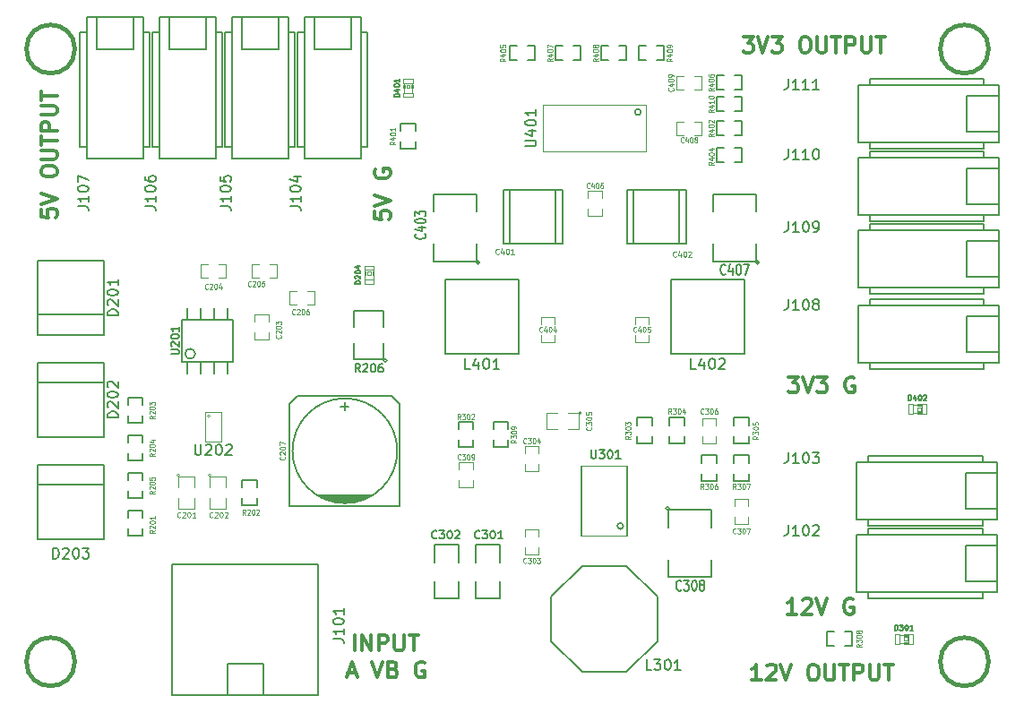
<source format=gto>
G04 (created by PCBNEW (2013-05-31 BZR 4019)-stable) date 7/17/2013 12:30:07 AM*
%MOIN*%
G04 Gerber Fmt 3.4, Leading zero omitted, Abs format*
%FSLAX34Y34*%
G01*
G70*
G90*
G04 APERTURE LIST*
%ADD10C,0.000787402*%
%ADD11C,0.011811*%
%ADD12C,0.00393701*%
%ADD13C,0.005*%
%ADD14C,0.0039*%
%ADD15C,0.0047*%
%ADD16C,0.00590551*%
%ADD17C,0.0026*%
%ADD18C,0.004*%
%ADD19C,0.015*%
%ADD20C,0.0059*%
%ADD21C,0.0043*%
%ADD22C,0.0045*%
G04 APERTURE END LIST*
G54D10*
G54D11*
X72198Y-54782D02*
X72198Y-55063D01*
X72479Y-55092D01*
X72451Y-55063D01*
X72423Y-55007D01*
X72423Y-54867D01*
X72451Y-54810D01*
X72479Y-54782D01*
X72535Y-54754D01*
X72676Y-54754D01*
X72732Y-54782D01*
X72760Y-54810D01*
X72789Y-54867D01*
X72789Y-55007D01*
X72760Y-55063D01*
X72732Y-55092D01*
X72198Y-54585D02*
X72789Y-54389D01*
X72198Y-54192D01*
X72226Y-53236D02*
X72198Y-53292D01*
X72198Y-53376D01*
X72226Y-53461D01*
X72282Y-53517D01*
X72339Y-53545D01*
X72451Y-53573D01*
X72535Y-53573D01*
X72648Y-53545D01*
X72704Y-53517D01*
X72760Y-53461D01*
X72789Y-53376D01*
X72789Y-53320D01*
X72760Y-53236D01*
X72732Y-53207D01*
X72535Y-53207D01*
X72535Y-53320D01*
X87914Y-69789D02*
X87576Y-69789D01*
X87745Y-69789D02*
X87745Y-69198D01*
X87689Y-69282D01*
X87632Y-69339D01*
X87576Y-69367D01*
X88139Y-69254D02*
X88167Y-69226D01*
X88223Y-69198D01*
X88364Y-69198D01*
X88420Y-69226D01*
X88448Y-69254D01*
X88476Y-69310D01*
X88476Y-69367D01*
X88448Y-69451D01*
X88111Y-69789D01*
X88476Y-69789D01*
X88645Y-69198D02*
X88842Y-69789D01*
X89039Y-69198D01*
X89995Y-69226D02*
X89938Y-69198D01*
X89854Y-69198D01*
X89770Y-69226D01*
X89713Y-69282D01*
X89685Y-69339D01*
X89657Y-69451D01*
X89657Y-69535D01*
X89685Y-69648D01*
X89713Y-69704D01*
X89770Y-69760D01*
X89854Y-69789D01*
X89910Y-69789D01*
X89995Y-69760D01*
X90023Y-69732D01*
X90023Y-69535D01*
X89910Y-69535D01*
X87598Y-60948D02*
X87964Y-60948D01*
X87767Y-61173D01*
X87851Y-61173D01*
X87907Y-61201D01*
X87936Y-61229D01*
X87964Y-61285D01*
X87964Y-61426D01*
X87936Y-61482D01*
X87907Y-61510D01*
X87851Y-61539D01*
X87682Y-61539D01*
X87626Y-61510D01*
X87598Y-61482D01*
X88132Y-60948D02*
X88329Y-61539D01*
X88526Y-60948D01*
X88667Y-60948D02*
X89032Y-60948D01*
X88835Y-61173D01*
X88920Y-61173D01*
X88976Y-61201D01*
X89004Y-61229D01*
X89032Y-61285D01*
X89032Y-61426D01*
X89004Y-61482D01*
X88976Y-61510D01*
X88920Y-61539D01*
X88751Y-61539D01*
X88695Y-61510D01*
X88667Y-61482D01*
X90045Y-60976D02*
X89988Y-60948D01*
X89904Y-60948D01*
X89820Y-60976D01*
X89763Y-61032D01*
X89735Y-61089D01*
X89707Y-61201D01*
X89707Y-61285D01*
X89735Y-61398D01*
X89763Y-61454D01*
X89820Y-61510D01*
X89904Y-61539D01*
X89960Y-61539D01*
X90045Y-61510D01*
X90073Y-61482D01*
X90073Y-61285D01*
X89960Y-61285D01*
X71215Y-71970D02*
X71497Y-71970D01*
X71159Y-72139D02*
X71356Y-71548D01*
X71553Y-72139D01*
X72115Y-71548D02*
X72312Y-72139D01*
X72509Y-71548D01*
X72903Y-71829D02*
X72987Y-71857D01*
X73015Y-71885D01*
X73043Y-71942D01*
X73043Y-72026D01*
X73015Y-72082D01*
X72987Y-72110D01*
X72931Y-72139D01*
X72706Y-72139D01*
X72706Y-71548D01*
X72903Y-71548D01*
X72959Y-71576D01*
X72987Y-71604D01*
X73015Y-71660D01*
X73015Y-71717D01*
X72987Y-71773D01*
X72959Y-71801D01*
X72903Y-71829D01*
X72706Y-71829D01*
X74056Y-71576D02*
X73999Y-71548D01*
X73915Y-71548D01*
X73831Y-71576D01*
X73774Y-71632D01*
X73746Y-71689D01*
X73718Y-71801D01*
X73718Y-71885D01*
X73746Y-71998D01*
X73774Y-72054D01*
X73831Y-72110D01*
X73915Y-72139D01*
X73971Y-72139D01*
X74056Y-72110D01*
X74084Y-72082D01*
X74084Y-71885D01*
X73971Y-71885D01*
X71461Y-71139D02*
X71461Y-70548D01*
X71742Y-71139D02*
X71742Y-70548D01*
X72079Y-71139D01*
X72079Y-70548D01*
X72360Y-71139D02*
X72360Y-70548D01*
X72585Y-70548D01*
X72642Y-70576D01*
X72670Y-70604D01*
X72698Y-70660D01*
X72698Y-70745D01*
X72670Y-70801D01*
X72642Y-70829D01*
X72585Y-70857D01*
X72360Y-70857D01*
X72951Y-70548D02*
X72951Y-71026D01*
X72979Y-71082D01*
X73007Y-71110D01*
X73064Y-71139D01*
X73176Y-71139D01*
X73232Y-71110D01*
X73260Y-71082D01*
X73288Y-71026D01*
X73288Y-70548D01*
X73485Y-70548D02*
X73823Y-70548D01*
X73654Y-71139D02*
X73654Y-70548D01*
X86586Y-72239D02*
X86248Y-72239D01*
X86417Y-72239D02*
X86417Y-71648D01*
X86361Y-71732D01*
X86305Y-71789D01*
X86248Y-71817D01*
X86811Y-71704D02*
X86839Y-71676D01*
X86895Y-71648D01*
X87036Y-71648D01*
X87092Y-71676D01*
X87120Y-71704D01*
X87148Y-71760D01*
X87148Y-71817D01*
X87120Y-71901D01*
X86783Y-72239D01*
X87148Y-72239D01*
X87317Y-71648D02*
X87514Y-72239D01*
X87711Y-71648D01*
X88470Y-71648D02*
X88582Y-71648D01*
X88639Y-71676D01*
X88695Y-71732D01*
X88723Y-71845D01*
X88723Y-72042D01*
X88695Y-72154D01*
X88639Y-72210D01*
X88582Y-72239D01*
X88470Y-72239D01*
X88414Y-72210D01*
X88357Y-72154D01*
X88329Y-72042D01*
X88329Y-71845D01*
X88357Y-71732D01*
X88414Y-71676D01*
X88470Y-71648D01*
X88976Y-71648D02*
X88976Y-72126D01*
X89004Y-72182D01*
X89032Y-72210D01*
X89089Y-72239D01*
X89201Y-72239D01*
X89257Y-72210D01*
X89285Y-72182D01*
X89314Y-72126D01*
X89314Y-71648D01*
X89510Y-71648D02*
X89848Y-71648D01*
X89679Y-72239D02*
X89679Y-71648D01*
X90045Y-72239D02*
X90045Y-71648D01*
X90270Y-71648D01*
X90326Y-71676D01*
X90354Y-71704D01*
X90382Y-71760D01*
X90382Y-71845D01*
X90354Y-71901D01*
X90326Y-71929D01*
X90270Y-71957D01*
X90045Y-71957D01*
X90635Y-71648D02*
X90635Y-72126D01*
X90663Y-72182D01*
X90691Y-72210D01*
X90748Y-72239D01*
X90860Y-72239D01*
X90916Y-72210D01*
X90945Y-72182D01*
X90973Y-72126D01*
X90973Y-71648D01*
X91170Y-71648D02*
X91507Y-71648D01*
X91338Y-72239D02*
X91338Y-71648D01*
X85920Y-48298D02*
X86286Y-48298D01*
X86089Y-48523D01*
X86173Y-48523D01*
X86229Y-48551D01*
X86258Y-48579D01*
X86286Y-48635D01*
X86286Y-48776D01*
X86258Y-48832D01*
X86229Y-48860D01*
X86173Y-48889D01*
X86005Y-48889D01*
X85948Y-48860D01*
X85920Y-48832D01*
X86454Y-48298D02*
X86651Y-48889D01*
X86848Y-48298D01*
X86989Y-48298D02*
X87354Y-48298D01*
X87157Y-48523D01*
X87242Y-48523D01*
X87298Y-48551D01*
X87326Y-48579D01*
X87354Y-48635D01*
X87354Y-48776D01*
X87326Y-48832D01*
X87298Y-48860D01*
X87242Y-48889D01*
X87073Y-48889D01*
X87017Y-48860D01*
X86989Y-48832D01*
X88170Y-48298D02*
X88282Y-48298D01*
X88339Y-48326D01*
X88395Y-48382D01*
X88423Y-48495D01*
X88423Y-48692D01*
X88395Y-48804D01*
X88339Y-48860D01*
X88282Y-48889D01*
X88170Y-48889D01*
X88114Y-48860D01*
X88057Y-48804D01*
X88029Y-48692D01*
X88029Y-48495D01*
X88057Y-48382D01*
X88114Y-48326D01*
X88170Y-48298D01*
X88676Y-48298D02*
X88676Y-48776D01*
X88704Y-48832D01*
X88732Y-48860D01*
X88789Y-48889D01*
X88901Y-48889D01*
X88957Y-48860D01*
X88985Y-48832D01*
X89014Y-48776D01*
X89014Y-48298D01*
X89210Y-48298D02*
X89548Y-48298D01*
X89379Y-48889D02*
X89379Y-48298D01*
X89745Y-48889D02*
X89745Y-48298D01*
X89970Y-48298D01*
X90026Y-48326D01*
X90054Y-48354D01*
X90082Y-48410D01*
X90082Y-48495D01*
X90054Y-48551D01*
X90026Y-48579D01*
X89970Y-48607D01*
X89745Y-48607D01*
X90335Y-48298D02*
X90335Y-48776D01*
X90363Y-48832D01*
X90391Y-48860D01*
X90448Y-48889D01*
X90560Y-48889D01*
X90616Y-48860D01*
X90645Y-48832D01*
X90673Y-48776D01*
X90673Y-48298D01*
X90870Y-48298D02*
X91207Y-48298D01*
X91038Y-48889D02*
X91038Y-48298D01*
X59798Y-54710D02*
X59798Y-54991D01*
X60079Y-55020D01*
X60051Y-54991D01*
X60023Y-54935D01*
X60023Y-54795D01*
X60051Y-54738D01*
X60079Y-54710D01*
X60135Y-54682D01*
X60276Y-54682D01*
X60332Y-54710D01*
X60360Y-54738D01*
X60389Y-54795D01*
X60389Y-54935D01*
X60360Y-54991D01*
X60332Y-55020D01*
X59798Y-54513D02*
X60389Y-54316D01*
X59798Y-54120D01*
X59798Y-53360D02*
X59798Y-53248D01*
X59826Y-53192D01*
X59882Y-53135D01*
X59995Y-53107D01*
X60192Y-53107D01*
X60304Y-53135D01*
X60360Y-53192D01*
X60389Y-53248D01*
X60389Y-53360D01*
X60360Y-53417D01*
X60304Y-53473D01*
X60192Y-53501D01*
X59995Y-53501D01*
X59882Y-53473D01*
X59826Y-53417D01*
X59798Y-53360D01*
X59798Y-52854D02*
X60276Y-52854D01*
X60332Y-52826D01*
X60360Y-52798D01*
X60389Y-52742D01*
X60389Y-52629D01*
X60360Y-52573D01*
X60332Y-52545D01*
X60276Y-52517D01*
X59798Y-52517D01*
X59798Y-52320D02*
X59798Y-51982D01*
X60389Y-52151D02*
X59798Y-52151D01*
X60389Y-51786D02*
X59798Y-51786D01*
X59798Y-51561D01*
X59826Y-51504D01*
X59854Y-51476D01*
X59910Y-51448D01*
X59995Y-51448D01*
X60051Y-51476D01*
X60079Y-51504D01*
X60107Y-51561D01*
X60107Y-51786D01*
X59798Y-51195D02*
X60276Y-51195D01*
X60332Y-51167D01*
X60360Y-51139D01*
X60389Y-51083D01*
X60389Y-50970D01*
X60360Y-50914D01*
X60332Y-50886D01*
X60276Y-50858D01*
X59798Y-50858D01*
X59798Y-50661D02*
X59798Y-50323D01*
X60389Y-50492D02*
X59798Y-50492D01*
G54D12*
X78470Y-50833D02*
X82289Y-50833D01*
X82289Y-52566D02*
X78470Y-52566D01*
X78470Y-50833D02*
X78470Y-52566D01*
X82289Y-52566D02*
X82289Y-50833D01*
G54D13*
X82111Y-51100D02*
G75*
G03X82111Y-51100I-111J0D01*
G74*
G01*
G54D12*
X65885Y-63351D02*
X65885Y-62248D01*
X66514Y-62248D02*
X66514Y-63351D01*
X66098Y-62406D02*
G75*
G03X66098Y-62406I-55J0D01*
G74*
G01*
X66514Y-63351D02*
X65885Y-63351D01*
X65885Y-62248D02*
X66514Y-62248D01*
X79883Y-66849D02*
X81616Y-66849D01*
X79883Y-64250D02*
X81616Y-64250D01*
G54D13*
X79889Y-64250D02*
X79889Y-66850D01*
X81610Y-66850D02*
X81610Y-64250D01*
X81461Y-66500D02*
G75*
G03X81461Y-66500I-111J0D01*
G74*
G01*
X65050Y-58820D02*
X65050Y-60380D01*
X65050Y-60380D02*
X66950Y-60380D01*
X66950Y-60380D02*
X66950Y-58820D01*
X66950Y-58820D02*
X65050Y-58820D01*
X65250Y-58820D02*
X65250Y-58390D01*
X65750Y-58820D02*
X65750Y-58390D01*
X66250Y-58820D02*
X66250Y-58390D01*
X66750Y-58390D02*
X66750Y-58820D01*
X66750Y-60380D02*
X66750Y-60810D01*
X66250Y-60810D02*
X66250Y-60380D01*
X65750Y-60810D02*
X65750Y-60380D01*
X65250Y-60810D02*
X65250Y-60380D01*
X65526Y-60090D02*
G75*
G03X65526Y-60090I-186J0D01*
G74*
G01*
X86520Y-56700D02*
G75*
G03X86520Y-56700I-70J0D01*
G74*
G01*
X86400Y-54800D02*
X86400Y-54150D01*
X86400Y-54150D02*
X84800Y-54150D01*
X84800Y-54150D02*
X84800Y-54800D01*
X84800Y-56000D02*
X84800Y-56650D01*
X84800Y-56650D02*
X86400Y-56650D01*
X86400Y-56650D02*
X86400Y-56000D01*
X76120Y-56700D02*
G75*
G03X76120Y-56700I-70J0D01*
G74*
G01*
X76000Y-54800D02*
X76000Y-54150D01*
X76000Y-54150D02*
X74400Y-54150D01*
X74400Y-54150D02*
X74400Y-54800D01*
X74400Y-56000D02*
X74400Y-56650D01*
X74400Y-56650D02*
X76000Y-56650D01*
X76000Y-56650D02*
X76000Y-56000D01*
X83170Y-65850D02*
G75*
G03X83170Y-65850I-70J0D01*
G74*
G01*
X83150Y-67750D02*
X83150Y-68400D01*
X83150Y-68400D02*
X84750Y-68400D01*
X84750Y-68400D02*
X84750Y-67750D01*
X84750Y-66550D02*
X84750Y-65900D01*
X84750Y-65900D02*
X83150Y-65900D01*
X83150Y-65900D02*
X83150Y-66550D01*
X72670Y-60350D02*
G75*
G03X72670Y-60350I-70J0D01*
G74*
G01*
X71450Y-59700D02*
X71450Y-60300D01*
X71450Y-60300D02*
X72550Y-60300D01*
X72550Y-60300D02*
X72550Y-59700D01*
X72550Y-59100D02*
X72550Y-58500D01*
X72550Y-58500D02*
X71450Y-58500D01*
X71450Y-58500D02*
X71450Y-59100D01*
X76870Y-67200D02*
X75970Y-67200D01*
X75970Y-67200D02*
X75970Y-67850D01*
X76870Y-68550D02*
X76870Y-69200D01*
X76870Y-69200D02*
X75970Y-69200D01*
X75970Y-69200D02*
X75970Y-68550D01*
X76870Y-67850D02*
X76870Y-67200D01*
X75330Y-67200D02*
X74430Y-67200D01*
X74430Y-67200D02*
X74430Y-67850D01*
X75330Y-68550D02*
X75330Y-69200D01*
X75330Y-69200D02*
X74430Y-69200D01*
X74430Y-69200D02*
X74430Y-68550D01*
X75330Y-67850D02*
X75330Y-67200D01*
G54D14*
X66123Y-64613D02*
G75*
G03X66123Y-64613I-50J0D01*
G74*
G01*
X66073Y-65063D02*
X66073Y-64663D01*
X66073Y-64663D02*
X66673Y-64663D01*
X66673Y-64663D02*
X66673Y-65063D01*
X66673Y-65463D02*
X66673Y-65863D01*
X66673Y-65863D02*
X66073Y-65863D01*
X66073Y-65863D02*
X66073Y-65463D01*
X64942Y-64613D02*
G75*
G03X64942Y-64613I-50J0D01*
G74*
G01*
X64892Y-65063D02*
X64892Y-64663D01*
X64892Y-64663D02*
X65492Y-64663D01*
X65492Y-64663D02*
X65492Y-65063D01*
X65492Y-65463D02*
X65492Y-65863D01*
X65492Y-65863D02*
X64892Y-65863D01*
X64892Y-65863D02*
X64892Y-65463D01*
X79900Y-62300D02*
G75*
G03X79900Y-62300I-50J0D01*
G74*
G01*
X79400Y-62300D02*
X79800Y-62300D01*
X79800Y-62300D02*
X79800Y-62900D01*
X79800Y-62900D02*
X79400Y-62900D01*
X79000Y-62900D02*
X78600Y-62900D01*
X78600Y-62900D02*
X78600Y-62300D01*
X78600Y-62300D02*
X79000Y-62300D01*
G54D13*
X67829Y-65066D02*
X67829Y-64788D01*
X67829Y-64788D02*
X67279Y-64788D01*
X67279Y-64788D02*
X67279Y-65066D01*
X67829Y-65738D02*
X67829Y-65460D01*
X67829Y-65738D02*
X67279Y-65738D01*
X67279Y-65738D02*
X67279Y-65460D01*
X89303Y-70425D02*
X89025Y-70425D01*
X89025Y-70425D02*
X89025Y-70975D01*
X89025Y-70975D02*
X89303Y-70975D01*
X89975Y-70425D02*
X89697Y-70425D01*
X89975Y-70425D02*
X89975Y-70975D01*
X89975Y-70975D02*
X89697Y-70975D01*
X83725Y-62753D02*
X83725Y-62475D01*
X83725Y-62475D02*
X83175Y-62475D01*
X83175Y-62475D02*
X83175Y-62753D01*
X83725Y-63425D02*
X83725Y-63147D01*
X83725Y-63425D02*
X83175Y-63425D01*
X83175Y-63425D02*
X83175Y-63147D01*
X84375Y-64547D02*
X84375Y-64825D01*
X84375Y-64825D02*
X84925Y-64825D01*
X84925Y-64825D02*
X84925Y-64547D01*
X84375Y-63875D02*
X84375Y-64153D01*
X84375Y-63875D02*
X84925Y-63875D01*
X84925Y-63875D02*
X84925Y-64153D01*
X85575Y-63147D02*
X85575Y-63425D01*
X85575Y-63425D02*
X86125Y-63425D01*
X86125Y-63425D02*
X86125Y-63147D01*
X85575Y-62475D02*
X85575Y-62753D01*
X85575Y-62475D02*
X86125Y-62475D01*
X86125Y-62475D02*
X86125Y-62753D01*
X85575Y-64547D02*
X85575Y-64825D01*
X85575Y-64825D02*
X86125Y-64825D01*
X86125Y-64825D02*
X86125Y-64547D01*
X85575Y-63875D02*
X85575Y-64153D01*
X85575Y-63875D02*
X86125Y-63875D01*
X86125Y-63875D02*
X86125Y-64153D01*
X81975Y-63147D02*
X81975Y-63425D01*
X81975Y-63425D02*
X82525Y-63425D01*
X82525Y-63425D02*
X82525Y-63147D01*
X81975Y-62475D02*
X81975Y-62753D01*
X81975Y-62475D02*
X82525Y-62475D01*
X82525Y-62475D02*
X82525Y-62753D01*
X75875Y-62903D02*
X75875Y-62625D01*
X75875Y-62625D02*
X75325Y-62625D01*
X75325Y-62625D02*
X75325Y-62903D01*
X75875Y-63575D02*
X75875Y-63297D01*
X75875Y-63575D02*
X75325Y-63575D01*
X75325Y-63575D02*
X75325Y-63297D01*
X63025Y-66597D02*
X63025Y-66875D01*
X63025Y-66875D02*
X63575Y-66875D01*
X63575Y-66875D02*
X63575Y-66597D01*
X63025Y-65925D02*
X63025Y-66203D01*
X63025Y-65925D02*
X63575Y-65925D01*
X63575Y-65925D02*
X63575Y-66203D01*
X73175Y-52197D02*
X73175Y-52475D01*
X73175Y-52475D02*
X73725Y-52475D01*
X73725Y-52475D02*
X73725Y-52197D01*
X73175Y-51525D02*
X73175Y-51803D01*
X73175Y-51525D02*
X73725Y-51525D01*
X73725Y-51525D02*
X73725Y-51803D01*
X85597Y-51975D02*
X85875Y-51975D01*
X85875Y-51975D02*
X85875Y-51425D01*
X85875Y-51425D02*
X85597Y-51425D01*
X84925Y-51975D02*
X85203Y-51975D01*
X84925Y-51975D02*
X84925Y-51425D01*
X84925Y-51425D02*
X85203Y-51425D01*
X77503Y-48625D02*
X77225Y-48625D01*
X77225Y-48625D02*
X77225Y-49175D01*
X77225Y-49175D02*
X77503Y-49175D01*
X78175Y-48625D02*
X77897Y-48625D01*
X78175Y-48625D02*
X78175Y-49175D01*
X78175Y-49175D02*
X77897Y-49175D01*
X82303Y-48625D02*
X82025Y-48625D01*
X82025Y-48625D02*
X82025Y-49175D01*
X82025Y-49175D02*
X82303Y-49175D01*
X82975Y-48625D02*
X82697Y-48625D01*
X82975Y-48625D02*
X82975Y-49175D01*
X82975Y-49175D02*
X82697Y-49175D01*
X63575Y-62003D02*
X63575Y-61725D01*
X63575Y-61725D02*
X63025Y-61725D01*
X63025Y-61725D02*
X63025Y-62003D01*
X63575Y-62675D02*
X63575Y-62397D01*
X63575Y-62675D02*
X63025Y-62675D01*
X63025Y-62675D02*
X63025Y-62397D01*
X63575Y-63403D02*
X63575Y-63125D01*
X63575Y-63125D02*
X63025Y-63125D01*
X63025Y-63125D02*
X63025Y-63403D01*
X63575Y-64075D02*
X63575Y-63797D01*
X63575Y-64075D02*
X63025Y-64075D01*
X63025Y-64075D02*
X63025Y-63797D01*
X63575Y-64803D02*
X63575Y-64525D01*
X63575Y-64525D02*
X63025Y-64525D01*
X63025Y-64525D02*
X63025Y-64803D01*
X63575Y-65475D02*
X63575Y-65197D01*
X63575Y-65475D02*
X63025Y-65475D01*
X63025Y-65475D02*
X63025Y-65197D01*
X79203Y-48625D02*
X78925Y-48625D01*
X78925Y-48625D02*
X78925Y-49175D01*
X78925Y-49175D02*
X79203Y-49175D01*
X79875Y-48625D02*
X79597Y-48625D01*
X79875Y-48625D02*
X79875Y-49175D01*
X79875Y-49175D02*
X79597Y-49175D01*
X81297Y-49175D02*
X81575Y-49175D01*
X81575Y-49175D02*
X81575Y-48625D01*
X81575Y-48625D02*
X81297Y-48625D01*
X80625Y-49175D02*
X80903Y-49175D01*
X80625Y-49175D02*
X80625Y-48625D01*
X80625Y-48625D02*
X80903Y-48625D01*
G54D15*
X78306Y-66903D02*
X78306Y-66628D01*
X78306Y-67297D02*
X78306Y-67572D01*
X77794Y-66903D02*
X77794Y-66628D01*
X77794Y-67572D02*
X77794Y-67297D01*
X77800Y-66628D02*
X78300Y-66628D01*
X78300Y-67572D02*
X77800Y-67572D01*
X77794Y-64197D02*
X77794Y-64472D01*
X77794Y-63803D02*
X77794Y-63528D01*
X78306Y-64197D02*
X78306Y-64472D01*
X78306Y-63528D02*
X78306Y-63803D01*
X78300Y-64472D02*
X77800Y-64472D01*
X77800Y-63528D02*
X78300Y-63528D01*
X69697Y-58256D02*
X69972Y-58256D01*
X69303Y-58256D02*
X69028Y-58256D01*
X69697Y-57744D02*
X69972Y-57744D01*
X69028Y-57744D02*
X69303Y-57744D01*
X69972Y-57750D02*
X69972Y-58250D01*
X69028Y-58250D02*
X69028Y-57750D01*
X68297Y-57256D02*
X68572Y-57256D01*
X67903Y-57256D02*
X67628Y-57256D01*
X68297Y-56744D02*
X68572Y-56744D01*
X67628Y-56744D02*
X67903Y-56744D01*
X68572Y-56750D02*
X68572Y-57250D01*
X67628Y-57250D02*
X67628Y-56750D01*
X67744Y-59297D02*
X67744Y-59572D01*
X67744Y-58903D02*
X67744Y-58628D01*
X68256Y-59297D02*
X68256Y-59572D01*
X68256Y-58628D02*
X68256Y-58903D01*
X68250Y-59572D02*
X67750Y-59572D01*
X67750Y-58628D02*
X68250Y-58628D01*
X66003Y-56744D02*
X65728Y-56744D01*
X66397Y-56744D02*
X66672Y-56744D01*
X66003Y-57256D02*
X65728Y-57256D01*
X66672Y-57256D02*
X66397Y-57256D01*
X65728Y-57250D02*
X65728Y-56750D01*
X66672Y-56750D02*
X66672Y-57250D01*
X86106Y-65753D02*
X86106Y-65478D01*
X86106Y-66147D02*
X86106Y-66422D01*
X85594Y-65753D02*
X85594Y-65478D01*
X85594Y-66422D02*
X85594Y-66147D01*
X85600Y-65478D02*
X86100Y-65478D01*
X86100Y-66422D02*
X85600Y-66422D01*
X84394Y-63147D02*
X84394Y-63422D01*
X84394Y-62753D02*
X84394Y-62478D01*
X84906Y-63147D02*
X84906Y-63422D01*
X84906Y-62478D02*
X84906Y-62753D01*
X84900Y-63422D02*
X84400Y-63422D01*
X84400Y-62478D02*
X84900Y-62478D01*
X80144Y-54697D02*
X80144Y-54972D01*
X80144Y-54303D02*
X80144Y-54028D01*
X80656Y-54697D02*
X80656Y-54972D01*
X80656Y-54028D02*
X80656Y-54303D01*
X80650Y-54972D02*
X80150Y-54972D01*
X80150Y-54028D02*
X80650Y-54028D01*
X78906Y-59003D02*
X78906Y-58728D01*
X78906Y-59397D02*
X78906Y-59672D01*
X78394Y-59003D02*
X78394Y-58728D01*
X78394Y-59672D02*
X78394Y-59397D01*
X78400Y-58728D02*
X78900Y-58728D01*
X78900Y-59672D02*
X78400Y-59672D01*
X82406Y-59003D02*
X82406Y-58728D01*
X82406Y-59397D02*
X82406Y-59672D01*
X81894Y-59003D02*
X81894Y-58728D01*
X81894Y-59672D02*
X81894Y-59397D01*
X81900Y-58728D02*
X82400Y-58728D01*
X82400Y-59672D02*
X81900Y-59672D01*
G54D16*
X66730Y-71616D02*
X66730Y-72797D01*
X68069Y-71616D02*
X66730Y-71616D01*
X68069Y-72797D02*
X68069Y-71616D01*
X70116Y-70356D02*
X70116Y-67915D01*
X70116Y-67915D02*
X64683Y-67915D01*
X64683Y-67915D02*
X64683Y-72797D01*
X64683Y-72797D02*
X70116Y-72797D01*
X70116Y-72797D02*
X70116Y-70356D01*
X94823Y-63900D02*
X90571Y-63900D01*
X90571Y-66499D02*
X90571Y-66262D01*
X90571Y-66499D02*
X94823Y-66499D01*
X94823Y-66499D02*
X94823Y-66262D01*
X90571Y-63900D02*
X90571Y-64137D01*
X94823Y-63900D02*
X94823Y-64137D01*
X95374Y-66262D02*
X90138Y-66262D01*
X90138Y-64137D02*
X95374Y-64137D01*
X95374Y-64530D02*
X94193Y-64530D01*
X94193Y-64530D02*
X94193Y-65869D01*
X94193Y-65869D02*
X95374Y-65869D01*
X95374Y-64137D02*
X95374Y-66262D01*
X90138Y-66262D02*
X90138Y-64137D01*
X61250Y-48126D02*
X61250Y-52378D01*
X63849Y-52378D02*
X63612Y-52378D01*
X63849Y-52378D02*
X63849Y-48126D01*
X63849Y-48126D02*
X63612Y-48126D01*
X61250Y-52378D02*
X61487Y-52378D01*
X61250Y-48126D02*
X61487Y-48126D01*
X63612Y-47575D02*
X63612Y-52811D01*
X61487Y-52811D02*
X61487Y-47575D01*
X61880Y-47575D02*
X61880Y-48756D01*
X61880Y-48756D02*
X63219Y-48756D01*
X63219Y-48756D02*
X63219Y-47575D01*
X61487Y-47575D02*
X63612Y-47575D01*
X63612Y-52811D02*
X61487Y-52811D01*
X94873Y-58050D02*
X90621Y-58050D01*
X90621Y-60649D02*
X90621Y-60412D01*
X90621Y-60649D02*
X94873Y-60649D01*
X94873Y-60649D02*
X94873Y-60412D01*
X90621Y-58050D02*
X90621Y-58287D01*
X94873Y-58050D02*
X94873Y-58287D01*
X95424Y-60412D02*
X90188Y-60412D01*
X90188Y-58287D02*
X95424Y-58287D01*
X95424Y-58680D02*
X94243Y-58680D01*
X94243Y-58680D02*
X94243Y-60019D01*
X94243Y-60019D02*
X95424Y-60019D01*
X95424Y-58287D02*
X95424Y-60412D01*
X90188Y-60412D02*
X90188Y-58287D01*
X94823Y-66600D02*
X90571Y-66600D01*
X90571Y-69199D02*
X90571Y-68962D01*
X90571Y-69199D02*
X94823Y-69199D01*
X94823Y-69199D02*
X94823Y-68962D01*
X90571Y-66600D02*
X90571Y-66837D01*
X94823Y-66600D02*
X94823Y-66837D01*
X95374Y-68962D02*
X90138Y-68962D01*
X90138Y-66837D02*
X95374Y-66837D01*
X95374Y-67230D02*
X94193Y-67230D01*
X94193Y-67230D02*
X94193Y-68569D01*
X94193Y-68569D02*
X95374Y-68569D01*
X95374Y-66837D02*
X95374Y-68962D01*
X90138Y-68962D02*
X90138Y-66837D01*
X63950Y-48126D02*
X63950Y-52378D01*
X66549Y-52378D02*
X66312Y-52378D01*
X66549Y-52378D02*
X66549Y-48126D01*
X66549Y-48126D02*
X66312Y-48126D01*
X63950Y-52378D02*
X64187Y-52378D01*
X63950Y-48126D02*
X64187Y-48126D01*
X66312Y-47575D02*
X66312Y-52811D01*
X64187Y-52811D02*
X64187Y-47575D01*
X64580Y-47575D02*
X64580Y-48756D01*
X64580Y-48756D02*
X65919Y-48756D01*
X65919Y-48756D02*
X65919Y-47575D01*
X64187Y-47575D02*
X66312Y-47575D01*
X66312Y-52811D02*
X64187Y-52811D01*
X66650Y-48126D02*
X66650Y-52378D01*
X69249Y-52378D02*
X69012Y-52378D01*
X69249Y-52378D02*
X69249Y-48126D01*
X69249Y-48126D02*
X69012Y-48126D01*
X66650Y-52378D02*
X66887Y-52378D01*
X66650Y-48126D02*
X66887Y-48126D01*
X69012Y-47575D02*
X69012Y-52811D01*
X66887Y-52811D02*
X66887Y-47575D01*
X67280Y-47575D02*
X67280Y-48756D01*
X67280Y-48756D02*
X68619Y-48756D01*
X68619Y-48756D02*
X68619Y-47575D01*
X66887Y-47575D02*
X69012Y-47575D01*
X69012Y-52811D02*
X66887Y-52811D01*
X69350Y-48126D02*
X69350Y-52378D01*
X71949Y-52378D02*
X71712Y-52378D01*
X71949Y-52378D02*
X71949Y-48126D01*
X71949Y-48126D02*
X71712Y-48126D01*
X69350Y-52378D02*
X69587Y-52378D01*
X69350Y-48126D02*
X69587Y-48126D01*
X71712Y-47575D02*
X71712Y-52811D01*
X69587Y-52811D02*
X69587Y-47575D01*
X69980Y-47575D02*
X69980Y-48756D01*
X69980Y-48756D02*
X71319Y-48756D01*
X71319Y-48756D02*
X71319Y-47575D01*
X69587Y-47575D02*
X71712Y-47575D01*
X71712Y-52811D02*
X69587Y-52811D01*
X94873Y-55250D02*
X90621Y-55250D01*
X90621Y-57849D02*
X90621Y-57612D01*
X90621Y-57849D02*
X94873Y-57849D01*
X94873Y-57849D02*
X94873Y-57612D01*
X90621Y-55250D02*
X90621Y-55487D01*
X94873Y-55250D02*
X94873Y-55487D01*
X95424Y-57612D02*
X90188Y-57612D01*
X90188Y-55487D02*
X95424Y-55487D01*
X95424Y-55880D02*
X94243Y-55880D01*
X94243Y-55880D02*
X94243Y-57219D01*
X94243Y-57219D02*
X95424Y-57219D01*
X95424Y-55487D02*
X95424Y-57612D01*
X90188Y-57612D02*
X90188Y-55487D01*
X94873Y-49850D02*
X90621Y-49850D01*
X90621Y-52449D02*
X90621Y-52212D01*
X90621Y-52449D02*
X94873Y-52449D01*
X94873Y-52449D02*
X94873Y-52212D01*
X90621Y-49850D02*
X90621Y-50087D01*
X94873Y-49850D02*
X94873Y-50087D01*
X95424Y-52212D02*
X90188Y-52212D01*
X90188Y-50087D02*
X95424Y-50087D01*
X95424Y-50480D02*
X94243Y-50480D01*
X94243Y-50480D02*
X94243Y-51819D01*
X94243Y-51819D02*
X95424Y-51819D01*
X95424Y-50087D02*
X95424Y-52212D01*
X90188Y-52212D02*
X90188Y-50087D01*
X94873Y-52550D02*
X90621Y-52550D01*
X90621Y-55149D02*
X90621Y-54912D01*
X90621Y-55149D02*
X94873Y-55149D01*
X94873Y-55149D02*
X94873Y-54912D01*
X90621Y-52550D02*
X90621Y-52787D01*
X94873Y-52550D02*
X94873Y-52787D01*
X95424Y-54912D02*
X90188Y-54912D01*
X90188Y-52787D02*
X95424Y-52787D01*
X95424Y-53180D02*
X94243Y-53180D01*
X94243Y-53180D02*
X94243Y-54519D01*
X94243Y-54519D02*
X95424Y-54519D01*
X95424Y-52787D02*
X95424Y-54912D01*
X90188Y-54912D02*
X90188Y-52787D01*
G54D17*
X92577Y-61973D02*
X92577Y-62327D01*
X92577Y-62327D02*
X92734Y-62327D01*
X92734Y-61973D02*
X92734Y-62327D01*
X92577Y-61973D02*
X92734Y-61973D01*
X92066Y-61973D02*
X92066Y-62327D01*
X92066Y-62327D02*
X92223Y-62327D01*
X92223Y-61973D02*
X92223Y-62327D01*
X92066Y-61973D02*
X92223Y-61973D01*
X92400Y-61973D02*
X92400Y-62032D01*
X92400Y-62032D02*
X92518Y-62032D01*
X92518Y-61973D02*
X92518Y-62032D01*
X92400Y-61973D02*
X92518Y-61973D01*
X92400Y-62268D02*
X92400Y-62327D01*
X92400Y-62327D02*
X92518Y-62327D01*
X92518Y-62268D02*
X92518Y-62327D01*
X92400Y-62268D02*
X92518Y-62268D01*
X92400Y-62091D02*
X92400Y-62209D01*
X92400Y-62209D02*
X92518Y-62209D01*
X92518Y-62091D02*
X92518Y-62209D01*
X92400Y-62091D02*
X92518Y-62091D01*
G54D18*
X92577Y-61993D02*
X92223Y-61993D01*
X92577Y-62307D02*
X92223Y-62307D01*
G54D17*
X92077Y-70523D02*
X92077Y-70877D01*
X92077Y-70877D02*
X92234Y-70877D01*
X92234Y-70523D02*
X92234Y-70877D01*
X92077Y-70523D02*
X92234Y-70523D01*
X91566Y-70523D02*
X91566Y-70877D01*
X91566Y-70877D02*
X91723Y-70877D01*
X91723Y-70523D02*
X91723Y-70877D01*
X91566Y-70523D02*
X91723Y-70523D01*
X91900Y-70523D02*
X91900Y-70582D01*
X91900Y-70582D02*
X92018Y-70582D01*
X92018Y-70523D02*
X92018Y-70582D01*
X91900Y-70523D02*
X92018Y-70523D01*
X91900Y-70818D02*
X91900Y-70877D01*
X91900Y-70877D02*
X92018Y-70877D01*
X92018Y-70818D02*
X92018Y-70877D01*
X91900Y-70818D02*
X92018Y-70818D01*
X91900Y-70641D02*
X91900Y-70759D01*
X91900Y-70759D02*
X92018Y-70759D01*
X92018Y-70641D02*
X92018Y-70759D01*
X91900Y-70641D02*
X92018Y-70641D01*
G54D18*
X92077Y-70543D02*
X91723Y-70543D01*
X92077Y-70857D02*
X91723Y-70857D01*
G54D17*
X73273Y-50023D02*
X73627Y-50023D01*
X73627Y-50023D02*
X73627Y-49866D01*
X73273Y-49866D02*
X73627Y-49866D01*
X73273Y-50023D02*
X73273Y-49866D01*
X73273Y-50534D02*
X73627Y-50534D01*
X73627Y-50534D02*
X73627Y-50377D01*
X73273Y-50377D02*
X73627Y-50377D01*
X73273Y-50534D02*
X73273Y-50377D01*
X73273Y-50200D02*
X73332Y-50200D01*
X73332Y-50200D02*
X73332Y-50082D01*
X73273Y-50082D02*
X73332Y-50082D01*
X73273Y-50200D02*
X73273Y-50082D01*
X73568Y-50200D02*
X73627Y-50200D01*
X73627Y-50200D02*
X73627Y-50082D01*
X73568Y-50082D02*
X73627Y-50082D01*
X73568Y-50200D02*
X73568Y-50082D01*
X73391Y-50200D02*
X73509Y-50200D01*
X73509Y-50200D02*
X73509Y-50082D01*
X73391Y-50082D02*
X73509Y-50082D01*
X73391Y-50200D02*
X73391Y-50082D01*
G54D18*
X73293Y-50023D02*
X73293Y-50377D01*
X73607Y-50023D02*
X73607Y-50377D01*
G54D17*
X71823Y-56973D02*
X72177Y-56973D01*
X72177Y-56973D02*
X72177Y-56816D01*
X71823Y-56816D02*
X72177Y-56816D01*
X71823Y-56973D02*
X71823Y-56816D01*
X71823Y-57484D02*
X72177Y-57484D01*
X72177Y-57484D02*
X72177Y-57327D01*
X71823Y-57327D02*
X72177Y-57327D01*
X71823Y-57484D02*
X71823Y-57327D01*
X71823Y-57150D02*
X71882Y-57150D01*
X71882Y-57150D02*
X71882Y-57032D01*
X71823Y-57032D02*
X71882Y-57032D01*
X71823Y-57150D02*
X71823Y-57032D01*
X72118Y-57150D02*
X72177Y-57150D01*
X72177Y-57150D02*
X72177Y-57032D01*
X72118Y-57032D02*
X72177Y-57032D01*
X72118Y-57150D02*
X72118Y-57032D01*
X71941Y-57150D02*
X72059Y-57150D01*
X72059Y-57150D02*
X72059Y-57032D01*
X71941Y-57032D02*
X72059Y-57032D01*
X71941Y-57150D02*
X71941Y-57032D01*
G54D18*
X71843Y-56973D02*
X71843Y-57327D01*
X72157Y-56973D02*
X72157Y-57327D01*
G54D16*
X77577Y-58700D02*
X77577Y-57322D01*
X77577Y-57322D02*
X74822Y-57322D01*
X74822Y-57322D02*
X74822Y-60077D01*
X74822Y-60077D02*
X77577Y-60077D01*
X77577Y-60077D02*
X77577Y-58700D01*
X85977Y-58700D02*
X85977Y-57322D01*
X85977Y-57322D02*
X83222Y-57322D01*
X83222Y-57322D02*
X83222Y-60077D01*
X83222Y-60077D02*
X85977Y-60077D01*
X85977Y-60077D02*
X85977Y-58700D01*
X81576Y-67981D02*
X82718Y-69123D01*
X78781Y-69123D02*
X79923Y-67981D01*
X79923Y-71918D02*
X78781Y-70776D01*
X81576Y-71918D02*
X82718Y-70776D01*
X79923Y-71918D02*
X81576Y-71918D01*
X79923Y-67981D02*
X81576Y-67981D01*
X78781Y-69123D02*
X78781Y-70776D01*
X82718Y-69123D02*
X82718Y-70776D01*
X62120Y-58629D02*
X59679Y-58629D01*
X62120Y-58000D02*
X62120Y-59377D01*
X62120Y-59377D02*
X59679Y-59377D01*
X59679Y-59377D02*
X59679Y-56622D01*
X59679Y-56622D02*
X62120Y-56622D01*
X62120Y-56622D02*
X62120Y-58000D01*
X59679Y-61170D02*
X62120Y-61170D01*
X59679Y-61800D02*
X59679Y-60422D01*
X59679Y-60422D02*
X62120Y-60422D01*
X62120Y-60422D02*
X62120Y-63177D01*
X62120Y-63177D02*
X59679Y-63177D01*
X59679Y-63177D02*
X59679Y-61800D01*
X59679Y-64970D02*
X62120Y-64970D01*
X59679Y-65600D02*
X59679Y-64222D01*
X59679Y-64222D02*
X62120Y-64222D01*
X62120Y-64222D02*
X62120Y-66977D01*
X62120Y-66977D02*
X59679Y-66977D01*
X59679Y-66977D02*
X59679Y-65600D01*
G54D13*
X71500Y-65600D02*
X70700Y-65600D01*
X70550Y-65550D02*
X71700Y-65550D01*
X71800Y-65500D02*
X70400Y-65500D01*
X70250Y-65450D02*
X71950Y-65450D01*
X72050Y-65400D02*
X70150Y-65400D01*
X70100Y-65350D02*
X72100Y-65350D01*
X73050Y-63700D02*
G75*
G03X73050Y-63700I-1950J0D01*
G74*
G01*
X69050Y-65750D02*
X73150Y-65750D01*
X73150Y-65750D02*
X73150Y-61950D01*
X73150Y-61950D02*
X72850Y-61650D01*
X72850Y-61650D02*
X69350Y-61650D01*
X69350Y-61650D02*
X69050Y-61950D01*
X69050Y-61950D02*
X69050Y-65750D01*
X71100Y-61900D02*
X71100Y-62200D01*
X70950Y-62050D02*
X71250Y-62050D01*
X81850Y-56000D02*
X81850Y-54000D01*
X83550Y-56000D02*
X83550Y-54000D01*
X83800Y-56000D02*
X81600Y-56000D01*
X81600Y-56000D02*
X81600Y-54000D01*
X81600Y-54000D02*
X83800Y-54000D01*
X83800Y-54000D02*
X83800Y-56000D01*
X78950Y-54000D02*
X78950Y-56000D01*
X77250Y-54000D02*
X77250Y-56000D01*
X77000Y-54000D02*
X79200Y-54000D01*
X79200Y-54000D02*
X79200Y-56000D01*
X79200Y-56000D02*
X77000Y-56000D01*
X77000Y-56000D02*
X77000Y-54000D01*
X77175Y-62903D02*
X77175Y-62625D01*
X77175Y-62625D02*
X76625Y-62625D01*
X76625Y-62625D02*
X76625Y-62903D01*
X77175Y-63575D02*
X77175Y-63297D01*
X77175Y-63575D02*
X76625Y-63575D01*
X76625Y-63575D02*
X76625Y-63297D01*
X85597Y-52975D02*
X85875Y-52975D01*
X85875Y-52975D02*
X85875Y-52425D01*
X85875Y-52425D02*
X85597Y-52425D01*
X84925Y-52975D02*
X85203Y-52975D01*
X84925Y-52975D02*
X84925Y-52425D01*
X84925Y-52425D02*
X85203Y-52425D01*
X85597Y-50275D02*
X85875Y-50275D01*
X85875Y-50275D02*
X85875Y-49725D01*
X85875Y-49725D02*
X85597Y-49725D01*
X84925Y-50275D02*
X85203Y-50275D01*
X84925Y-50275D02*
X84925Y-49725D01*
X84925Y-49725D02*
X85203Y-49725D01*
X85597Y-51075D02*
X85875Y-51075D01*
X85875Y-51075D02*
X85875Y-50525D01*
X85875Y-50525D02*
X85597Y-50525D01*
X84925Y-51075D02*
X85203Y-51075D01*
X84925Y-51075D02*
X84925Y-50525D01*
X84925Y-50525D02*
X85203Y-50525D01*
G54D15*
X75344Y-64797D02*
X75344Y-65072D01*
X75344Y-64403D02*
X75344Y-64128D01*
X75856Y-64797D02*
X75856Y-65072D01*
X75856Y-64128D02*
X75856Y-64403D01*
X75850Y-65072D02*
X75350Y-65072D01*
X75350Y-64128D02*
X75850Y-64128D01*
X83703Y-51444D02*
X83428Y-51444D01*
X84097Y-51444D02*
X84372Y-51444D01*
X83703Y-51956D02*
X83428Y-51956D01*
X84372Y-51956D02*
X84097Y-51956D01*
X83428Y-51950D02*
X83428Y-51450D01*
X84372Y-51450D02*
X84372Y-51950D01*
X83703Y-49744D02*
X83428Y-49744D01*
X84097Y-49744D02*
X84372Y-49744D01*
X83703Y-50256D02*
X83428Y-50256D01*
X84372Y-50256D02*
X84097Y-50256D01*
X83428Y-50250D02*
X83428Y-49750D01*
X84372Y-49750D02*
X84372Y-50250D01*
G54D19*
X95050Y-48750D02*
G75*
G03X95050Y-48750I-900J0D01*
G74*
G01*
X61050Y-48750D02*
G75*
G03X61050Y-48750I-900J0D01*
G74*
G01*
X61050Y-71550D02*
G75*
G03X61050Y-71550I-900J0D01*
G74*
G01*
X95050Y-71550D02*
G75*
G03X95050Y-71550I-900J0D01*
G74*
G01*
G54D20*
X77815Y-52375D02*
X78134Y-52375D01*
X78171Y-52356D01*
X78190Y-52337D01*
X78209Y-52300D01*
X78209Y-52225D01*
X78190Y-52187D01*
X78171Y-52169D01*
X78134Y-52150D01*
X77815Y-52150D01*
X77946Y-51793D02*
X78209Y-51793D01*
X77796Y-51887D02*
X78078Y-51981D01*
X78078Y-51737D01*
X77815Y-51512D02*
X77815Y-51474D01*
X77834Y-51437D01*
X77853Y-51418D01*
X77890Y-51399D01*
X77965Y-51381D01*
X78059Y-51381D01*
X78134Y-51399D01*
X78171Y-51418D01*
X78190Y-51437D01*
X78209Y-51474D01*
X78209Y-51512D01*
X78190Y-51549D01*
X78171Y-51568D01*
X78134Y-51587D01*
X78059Y-51606D01*
X77965Y-51606D01*
X77890Y-51587D01*
X77853Y-51568D01*
X77834Y-51549D01*
X77815Y-51512D01*
X78209Y-51005D02*
X78209Y-51230D01*
X78209Y-51118D02*
X77815Y-51118D01*
X77871Y-51155D01*
X77909Y-51193D01*
X77928Y-51230D01*
G54D16*
X65525Y-63465D02*
X65525Y-63784D01*
X65543Y-63821D01*
X65562Y-63840D01*
X65600Y-63859D01*
X65675Y-63859D01*
X65712Y-63840D01*
X65731Y-63821D01*
X65750Y-63784D01*
X65750Y-63465D01*
X65918Y-63503D02*
X65937Y-63484D01*
X65975Y-63465D01*
X66068Y-63465D01*
X66106Y-63484D01*
X66125Y-63503D01*
X66143Y-63540D01*
X66143Y-63578D01*
X66125Y-63634D01*
X65900Y-63859D01*
X66143Y-63859D01*
X66387Y-63465D02*
X66424Y-63465D01*
X66462Y-63484D01*
X66481Y-63503D01*
X66499Y-63540D01*
X66518Y-63615D01*
X66518Y-63709D01*
X66499Y-63784D01*
X66481Y-63821D01*
X66462Y-63840D01*
X66424Y-63859D01*
X66387Y-63859D01*
X66349Y-63840D01*
X66331Y-63821D01*
X66312Y-63784D01*
X66293Y-63709D01*
X66293Y-63615D01*
X66312Y-63540D01*
X66331Y-63503D01*
X66349Y-63484D01*
X66387Y-63465D01*
X66668Y-63503D02*
X66687Y-63484D01*
X66724Y-63465D01*
X66818Y-63465D01*
X66856Y-63484D01*
X66874Y-63503D01*
X66893Y-63540D01*
X66893Y-63578D01*
X66874Y-63634D01*
X66649Y-63859D01*
X66893Y-63859D01*
G54D20*
X80260Y-63662D02*
X80260Y-63917D01*
X80275Y-63947D01*
X80290Y-63962D01*
X80320Y-63977D01*
X80380Y-63977D01*
X80410Y-63962D01*
X80425Y-63947D01*
X80440Y-63917D01*
X80440Y-63662D01*
X80560Y-63662D02*
X80755Y-63662D01*
X80650Y-63782D01*
X80695Y-63782D01*
X80725Y-63797D01*
X80740Y-63812D01*
X80755Y-63842D01*
X80755Y-63917D01*
X80740Y-63947D01*
X80725Y-63962D01*
X80695Y-63977D01*
X80605Y-63977D01*
X80575Y-63962D01*
X80560Y-63947D01*
X80950Y-63662D02*
X80980Y-63662D01*
X81010Y-63677D01*
X81025Y-63692D01*
X81040Y-63722D01*
X81055Y-63782D01*
X81055Y-63857D01*
X81040Y-63917D01*
X81025Y-63947D01*
X81010Y-63962D01*
X80980Y-63977D01*
X80950Y-63977D01*
X80920Y-63962D01*
X80905Y-63947D01*
X80890Y-63917D01*
X80875Y-63857D01*
X80875Y-63782D01*
X80890Y-63722D01*
X80905Y-63692D01*
X80920Y-63677D01*
X80950Y-63662D01*
X81355Y-63977D02*
X81175Y-63977D01*
X81265Y-63977D02*
X81265Y-63662D01*
X81235Y-63707D01*
X81205Y-63737D01*
X81175Y-63752D01*
X64624Y-60105D02*
X64863Y-60105D01*
X64891Y-60091D01*
X64905Y-60077D01*
X64919Y-60049D01*
X64919Y-59993D01*
X64905Y-59965D01*
X64891Y-59951D01*
X64863Y-59937D01*
X64624Y-59937D01*
X64652Y-59810D02*
X64638Y-59796D01*
X64624Y-59768D01*
X64624Y-59698D01*
X64638Y-59670D01*
X64652Y-59656D01*
X64680Y-59642D01*
X64708Y-59642D01*
X64750Y-59656D01*
X64919Y-59824D01*
X64919Y-59642D01*
X64624Y-59459D02*
X64624Y-59431D01*
X64638Y-59403D01*
X64652Y-59389D01*
X64680Y-59375D01*
X64736Y-59361D01*
X64807Y-59361D01*
X64863Y-59375D01*
X64891Y-59389D01*
X64905Y-59403D01*
X64919Y-59431D01*
X64919Y-59459D01*
X64905Y-59487D01*
X64891Y-59501D01*
X64863Y-59515D01*
X64807Y-59529D01*
X64736Y-59529D01*
X64680Y-59515D01*
X64652Y-59501D01*
X64638Y-59487D01*
X64624Y-59459D01*
X64919Y-59080D02*
X64919Y-59248D01*
X64919Y-59164D02*
X64624Y-59164D01*
X64666Y-59192D01*
X64694Y-59220D01*
X64708Y-59248D01*
G54D13*
X85264Y-57123D02*
X85250Y-57142D01*
X85207Y-57161D01*
X85178Y-57161D01*
X85135Y-57142D01*
X85107Y-57104D01*
X85092Y-57066D01*
X85078Y-56990D01*
X85078Y-56933D01*
X85092Y-56857D01*
X85107Y-56819D01*
X85135Y-56780D01*
X85178Y-56761D01*
X85207Y-56761D01*
X85250Y-56780D01*
X85264Y-56800D01*
X85521Y-56895D02*
X85521Y-57161D01*
X85450Y-56742D02*
X85378Y-57028D01*
X85564Y-57028D01*
X85735Y-56761D02*
X85764Y-56761D01*
X85792Y-56780D01*
X85807Y-56800D01*
X85821Y-56838D01*
X85835Y-56914D01*
X85835Y-57009D01*
X85821Y-57085D01*
X85807Y-57123D01*
X85792Y-57142D01*
X85764Y-57161D01*
X85735Y-57161D01*
X85707Y-57142D01*
X85692Y-57123D01*
X85678Y-57085D01*
X85664Y-57009D01*
X85664Y-56914D01*
X85678Y-56838D01*
X85692Y-56800D01*
X85707Y-56780D01*
X85735Y-56761D01*
X85935Y-56761D02*
X86135Y-56761D01*
X86007Y-57161D01*
X74073Y-55635D02*
X74092Y-55650D01*
X74111Y-55692D01*
X74111Y-55721D01*
X74092Y-55764D01*
X74054Y-55792D01*
X74016Y-55807D01*
X73940Y-55821D01*
X73883Y-55821D01*
X73807Y-55807D01*
X73769Y-55792D01*
X73730Y-55764D01*
X73711Y-55721D01*
X73711Y-55692D01*
X73730Y-55650D01*
X73750Y-55635D01*
X73845Y-55378D02*
X74111Y-55378D01*
X73692Y-55450D02*
X73978Y-55521D01*
X73978Y-55335D01*
X73711Y-55164D02*
X73711Y-55135D01*
X73730Y-55107D01*
X73750Y-55092D01*
X73788Y-55078D01*
X73864Y-55064D01*
X73959Y-55064D01*
X74035Y-55078D01*
X74073Y-55092D01*
X74092Y-55107D01*
X74111Y-55135D01*
X74111Y-55164D01*
X74092Y-55192D01*
X74073Y-55207D01*
X74035Y-55221D01*
X73959Y-55235D01*
X73864Y-55235D01*
X73788Y-55221D01*
X73750Y-55207D01*
X73730Y-55192D01*
X73711Y-55164D01*
X73711Y-54964D02*
X73711Y-54778D01*
X73864Y-54878D01*
X73864Y-54835D01*
X73883Y-54807D01*
X73902Y-54792D01*
X73940Y-54778D01*
X74035Y-54778D01*
X74073Y-54792D01*
X74092Y-54807D01*
X74111Y-54835D01*
X74111Y-54921D01*
X74092Y-54950D01*
X74073Y-54964D01*
X83614Y-68873D02*
X83600Y-68892D01*
X83557Y-68911D01*
X83528Y-68911D01*
X83485Y-68892D01*
X83457Y-68854D01*
X83442Y-68816D01*
X83428Y-68740D01*
X83428Y-68683D01*
X83442Y-68607D01*
X83457Y-68569D01*
X83485Y-68530D01*
X83528Y-68511D01*
X83557Y-68511D01*
X83600Y-68530D01*
X83614Y-68550D01*
X83714Y-68511D02*
X83900Y-68511D01*
X83800Y-68664D01*
X83842Y-68664D01*
X83871Y-68683D01*
X83885Y-68702D01*
X83900Y-68740D01*
X83900Y-68835D01*
X83885Y-68873D01*
X83871Y-68892D01*
X83842Y-68911D01*
X83757Y-68911D01*
X83728Y-68892D01*
X83714Y-68873D01*
X84085Y-68511D02*
X84114Y-68511D01*
X84142Y-68530D01*
X84157Y-68550D01*
X84171Y-68588D01*
X84185Y-68664D01*
X84185Y-68759D01*
X84171Y-68835D01*
X84157Y-68873D01*
X84142Y-68892D01*
X84114Y-68911D01*
X84085Y-68911D01*
X84057Y-68892D01*
X84042Y-68873D01*
X84028Y-68835D01*
X84014Y-68759D01*
X84014Y-68664D01*
X84028Y-68588D01*
X84042Y-68550D01*
X84057Y-68530D01*
X84085Y-68511D01*
X84357Y-68683D02*
X84328Y-68664D01*
X84314Y-68645D01*
X84300Y-68607D01*
X84300Y-68588D01*
X84314Y-68550D01*
X84328Y-68530D01*
X84357Y-68511D01*
X84414Y-68511D01*
X84442Y-68530D01*
X84457Y-68550D01*
X84471Y-68588D01*
X84471Y-68607D01*
X84457Y-68645D01*
X84442Y-68664D01*
X84414Y-68683D01*
X84357Y-68683D01*
X84328Y-68702D01*
X84314Y-68721D01*
X84300Y-68759D01*
X84300Y-68835D01*
X84314Y-68873D01*
X84328Y-68892D01*
X84357Y-68911D01*
X84414Y-68911D01*
X84442Y-68892D01*
X84457Y-68873D01*
X84471Y-68835D01*
X84471Y-68759D01*
X84457Y-68721D01*
X84442Y-68702D01*
X84414Y-68683D01*
X71664Y-60771D02*
X71564Y-60628D01*
X71492Y-60771D02*
X71492Y-60471D01*
X71607Y-60471D01*
X71635Y-60485D01*
X71650Y-60500D01*
X71664Y-60528D01*
X71664Y-60571D01*
X71650Y-60600D01*
X71635Y-60614D01*
X71607Y-60628D01*
X71492Y-60628D01*
X71778Y-60500D02*
X71792Y-60485D01*
X71821Y-60471D01*
X71892Y-60471D01*
X71921Y-60485D01*
X71935Y-60500D01*
X71950Y-60528D01*
X71950Y-60557D01*
X71935Y-60600D01*
X71764Y-60771D01*
X71950Y-60771D01*
X72135Y-60471D02*
X72164Y-60471D01*
X72192Y-60485D01*
X72207Y-60500D01*
X72221Y-60528D01*
X72235Y-60585D01*
X72235Y-60657D01*
X72221Y-60714D01*
X72207Y-60742D01*
X72192Y-60757D01*
X72164Y-60771D01*
X72135Y-60771D01*
X72107Y-60757D01*
X72092Y-60742D01*
X72078Y-60714D01*
X72064Y-60657D01*
X72064Y-60585D01*
X72078Y-60528D01*
X72092Y-60500D01*
X72107Y-60485D01*
X72135Y-60471D01*
X72492Y-60471D02*
X72435Y-60471D01*
X72407Y-60485D01*
X72392Y-60500D01*
X72364Y-60542D01*
X72350Y-60600D01*
X72350Y-60714D01*
X72364Y-60742D01*
X72378Y-60757D01*
X72407Y-60771D01*
X72464Y-60771D01*
X72492Y-60757D01*
X72507Y-60742D01*
X72521Y-60714D01*
X72521Y-60642D01*
X72507Y-60614D01*
X72492Y-60600D01*
X72464Y-60585D01*
X72407Y-60585D01*
X72378Y-60600D01*
X72364Y-60614D01*
X72350Y-60642D01*
X76114Y-66942D02*
X76100Y-66957D01*
X76057Y-66971D01*
X76028Y-66971D01*
X75985Y-66957D01*
X75957Y-66928D01*
X75942Y-66900D01*
X75928Y-66842D01*
X75928Y-66800D01*
X75942Y-66742D01*
X75957Y-66714D01*
X75985Y-66685D01*
X76028Y-66671D01*
X76057Y-66671D01*
X76100Y-66685D01*
X76114Y-66700D01*
X76214Y-66671D02*
X76400Y-66671D01*
X76300Y-66785D01*
X76342Y-66785D01*
X76371Y-66800D01*
X76385Y-66814D01*
X76400Y-66842D01*
X76400Y-66914D01*
X76385Y-66942D01*
X76371Y-66957D01*
X76342Y-66971D01*
X76257Y-66971D01*
X76228Y-66957D01*
X76214Y-66942D01*
X76585Y-66671D02*
X76614Y-66671D01*
X76642Y-66685D01*
X76657Y-66700D01*
X76671Y-66728D01*
X76685Y-66785D01*
X76685Y-66857D01*
X76671Y-66914D01*
X76657Y-66942D01*
X76642Y-66957D01*
X76614Y-66971D01*
X76585Y-66971D01*
X76557Y-66957D01*
X76542Y-66942D01*
X76528Y-66914D01*
X76514Y-66857D01*
X76514Y-66785D01*
X76528Y-66728D01*
X76542Y-66700D01*
X76557Y-66685D01*
X76585Y-66671D01*
X76971Y-66971D02*
X76800Y-66971D01*
X76885Y-66971D02*
X76885Y-66671D01*
X76857Y-66714D01*
X76828Y-66742D01*
X76800Y-66757D01*
X74514Y-66942D02*
X74500Y-66957D01*
X74457Y-66971D01*
X74428Y-66971D01*
X74385Y-66957D01*
X74357Y-66928D01*
X74342Y-66900D01*
X74328Y-66842D01*
X74328Y-66800D01*
X74342Y-66742D01*
X74357Y-66714D01*
X74385Y-66685D01*
X74428Y-66671D01*
X74457Y-66671D01*
X74500Y-66685D01*
X74514Y-66700D01*
X74614Y-66671D02*
X74800Y-66671D01*
X74700Y-66785D01*
X74742Y-66785D01*
X74771Y-66800D01*
X74785Y-66814D01*
X74800Y-66842D01*
X74800Y-66914D01*
X74785Y-66942D01*
X74771Y-66957D01*
X74742Y-66971D01*
X74657Y-66971D01*
X74628Y-66957D01*
X74614Y-66942D01*
X74985Y-66671D02*
X75014Y-66671D01*
X75042Y-66685D01*
X75057Y-66700D01*
X75071Y-66728D01*
X75085Y-66785D01*
X75085Y-66857D01*
X75071Y-66914D01*
X75057Y-66942D01*
X75042Y-66957D01*
X75014Y-66971D01*
X74985Y-66971D01*
X74957Y-66957D01*
X74942Y-66942D01*
X74928Y-66914D01*
X74914Y-66857D01*
X74914Y-66785D01*
X74928Y-66728D01*
X74942Y-66700D01*
X74957Y-66685D01*
X74985Y-66671D01*
X75200Y-66700D02*
X75214Y-66685D01*
X75242Y-66671D01*
X75314Y-66671D01*
X75342Y-66685D01*
X75357Y-66700D01*
X75371Y-66728D01*
X75371Y-66757D01*
X75357Y-66800D01*
X75185Y-66971D01*
X75371Y-66971D01*
G54D21*
X66179Y-66160D02*
X66170Y-66170D01*
X66142Y-66179D01*
X66123Y-66179D01*
X66095Y-66170D01*
X66076Y-66151D01*
X66066Y-66132D01*
X66057Y-66095D01*
X66057Y-66067D01*
X66066Y-66029D01*
X66076Y-66010D01*
X66095Y-65992D01*
X66123Y-65982D01*
X66142Y-65982D01*
X66170Y-65992D01*
X66179Y-66001D01*
X66254Y-66001D02*
X66263Y-65992D01*
X66282Y-65982D01*
X66329Y-65982D01*
X66348Y-65992D01*
X66357Y-66001D01*
X66367Y-66020D01*
X66367Y-66039D01*
X66357Y-66067D01*
X66245Y-66179D01*
X66367Y-66179D01*
X66489Y-65982D02*
X66507Y-65982D01*
X66526Y-65992D01*
X66536Y-66001D01*
X66545Y-66020D01*
X66554Y-66057D01*
X66554Y-66104D01*
X66545Y-66142D01*
X66536Y-66160D01*
X66526Y-66170D01*
X66507Y-66179D01*
X66489Y-66179D01*
X66470Y-66170D01*
X66460Y-66160D01*
X66451Y-66142D01*
X66442Y-66104D01*
X66442Y-66057D01*
X66451Y-66020D01*
X66460Y-66001D01*
X66470Y-65992D01*
X66489Y-65982D01*
X66629Y-66001D02*
X66639Y-65992D01*
X66657Y-65982D01*
X66704Y-65982D01*
X66723Y-65992D01*
X66733Y-66001D01*
X66742Y-66020D01*
X66742Y-66039D01*
X66733Y-66067D01*
X66620Y-66179D01*
X66742Y-66179D01*
X64979Y-66160D02*
X64970Y-66170D01*
X64942Y-66179D01*
X64923Y-66179D01*
X64895Y-66170D01*
X64876Y-66151D01*
X64866Y-66132D01*
X64857Y-66095D01*
X64857Y-66067D01*
X64866Y-66029D01*
X64876Y-66010D01*
X64895Y-65992D01*
X64923Y-65982D01*
X64942Y-65982D01*
X64970Y-65992D01*
X64979Y-66001D01*
X65054Y-66001D02*
X65063Y-65992D01*
X65082Y-65982D01*
X65129Y-65982D01*
X65148Y-65992D01*
X65157Y-66001D01*
X65167Y-66020D01*
X65167Y-66039D01*
X65157Y-66067D01*
X65045Y-66179D01*
X65167Y-66179D01*
X65289Y-65982D02*
X65307Y-65982D01*
X65326Y-65992D01*
X65336Y-66001D01*
X65345Y-66020D01*
X65354Y-66057D01*
X65354Y-66104D01*
X65345Y-66142D01*
X65336Y-66160D01*
X65326Y-66170D01*
X65307Y-66179D01*
X65289Y-66179D01*
X65270Y-66170D01*
X65260Y-66160D01*
X65251Y-66142D01*
X65242Y-66104D01*
X65242Y-66057D01*
X65251Y-66020D01*
X65260Y-66001D01*
X65270Y-65992D01*
X65289Y-65982D01*
X65542Y-66179D02*
X65429Y-66179D01*
X65486Y-66179D02*
X65486Y-65982D01*
X65467Y-66010D01*
X65448Y-66029D01*
X65429Y-66039D01*
X80260Y-62820D02*
X80270Y-62829D01*
X80279Y-62857D01*
X80279Y-62876D01*
X80270Y-62904D01*
X80251Y-62923D01*
X80232Y-62933D01*
X80195Y-62942D01*
X80167Y-62942D01*
X80129Y-62933D01*
X80110Y-62923D01*
X80092Y-62904D01*
X80082Y-62876D01*
X80082Y-62857D01*
X80092Y-62829D01*
X80101Y-62820D01*
X80082Y-62754D02*
X80082Y-62632D01*
X80157Y-62698D01*
X80157Y-62670D01*
X80167Y-62651D01*
X80176Y-62642D01*
X80195Y-62632D01*
X80242Y-62632D01*
X80260Y-62642D01*
X80270Y-62651D01*
X80279Y-62670D01*
X80279Y-62726D01*
X80270Y-62745D01*
X80260Y-62754D01*
X80082Y-62510D02*
X80082Y-62492D01*
X80092Y-62473D01*
X80101Y-62463D01*
X80120Y-62454D01*
X80157Y-62445D01*
X80204Y-62445D01*
X80242Y-62454D01*
X80260Y-62463D01*
X80270Y-62473D01*
X80279Y-62492D01*
X80279Y-62510D01*
X80270Y-62529D01*
X80260Y-62539D01*
X80242Y-62548D01*
X80204Y-62557D01*
X80157Y-62557D01*
X80120Y-62548D01*
X80101Y-62539D01*
X80092Y-62529D01*
X80082Y-62510D01*
X80082Y-62266D02*
X80082Y-62360D01*
X80176Y-62370D01*
X80167Y-62360D01*
X80157Y-62342D01*
X80157Y-62295D01*
X80167Y-62276D01*
X80176Y-62266D01*
X80195Y-62257D01*
X80242Y-62257D01*
X80260Y-62266D01*
X80270Y-62276D01*
X80279Y-62295D01*
X80279Y-62342D01*
X80270Y-62360D01*
X80260Y-62370D01*
G54D22*
X67398Y-66079D02*
X67338Y-65985D01*
X67295Y-66079D02*
X67295Y-65882D01*
X67364Y-65882D01*
X67381Y-65892D01*
X67390Y-65901D01*
X67398Y-65920D01*
X67398Y-65948D01*
X67390Y-65967D01*
X67381Y-65976D01*
X67364Y-65985D01*
X67295Y-65985D01*
X67467Y-65901D02*
X67475Y-65892D01*
X67492Y-65882D01*
X67535Y-65882D01*
X67552Y-65892D01*
X67561Y-65901D01*
X67570Y-65920D01*
X67570Y-65939D01*
X67561Y-65967D01*
X67458Y-66079D01*
X67570Y-66079D01*
X67681Y-65882D02*
X67698Y-65882D01*
X67715Y-65892D01*
X67724Y-65901D01*
X67732Y-65920D01*
X67741Y-65957D01*
X67741Y-66004D01*
X67732Y-66042D01*
X67724Y-66060D01*
X67715Y-66070D01*
X67698Y-66079D01*
X67681Y-66079D01*
X67664Y-66070D01*
X67655Y-66060D01*
X67647Y-66042D01*
X67638Y-66004D01*
X67638Y-65957D01*
X67647Y-65920D01*
X67655Y-65901D01*
X67664Y-65892D01*
X67681Y-65882D01*
X67810Y-65901D02*
X67818Y-65892D01*
X67835Y-65882D01*
X67878Y-65882D01*
X67895Y-65892D01*
X67904Y-65901D01*
X67912Y-65920D01*
X67912Y-65939D01*
X67904Y-65967D01*
X67801Y-66079D01*
X67912Y-66079D01*
X90329Y-70901D02*
X90235Y-70961D01*
X90329Y-71004D02*
X90132Y-71004D01*
X90132Y-70935D01*
X90142Y-70918D01*
X90151Y-70910D01*
X90170Y-70901D01*
X90198Y-70901D01*
X90217Y-70910D01*
X90226Y-70918D01*
X90235Y-70935D01*
X90235Y-71004D01*
X90132Y-70841D02*
X90132Y-70730D01*
X90207Y-70790D01*
X90207Y-70764D01*
X90217Y-70747D01*
X90226Y-70738D01*
X90245Y-70730D01*
X90292Y-70730D01*
X90310Y-70738D01*
X90320Y-70747D01*
X90329Y-70764D01*
X90329Y-70815D01*
X90320Y-70832D01*
X90310Y-70841D01*
X90132Y-70618D02*
X90132Y-70601D01*
X90142Y-70584D01*
X90151Y-70575D01*
X90170Y-70567D01*
X90207Y-70558D01*
X90254Y-70558D01*
X90292Y-70567D01*
X90310Y-70575D01*
X90320Y-70584D01*
X90329Y-70601D01*
X90329Y-70618D01*
X90320Y-70635D01*
X90310Y-70644D01*
X90292Y-70652D01*
X90254Y-70661D01*
X90207Y-70661D01*
X90170Y-70652D01*
X90151Y-70644D01*
X90142Y-70635D01*
X90132Y-70618D01*
X90217Y-70455D02*
X90207Y-70472D01*
X90198Y-70481D01*
X90179Y-70489D01*
X90170Y-70489D01*
X90151Y-70481D01*
X90142Y-70472D01*
X90132Y-70455D01*
X90132Y-70421D01*
X90142Y-70404D01*
X90151Y-70395D01*
X90170Y-70387D01*
X90179Y-70387D01*
X90198Y-70395D01*
X90207Y-70404D01*
X90217Y-70421D01*
X90217Y-70455D01*
X90226Y-70472D01*
X90235Y-70481D01*
X90254Y-70489D01*
X90292Y-70489D01*
X90310Y-70481D01*
X90320Y-70472D01*
X90329Y-70455D01*
X90329Y-70421D01*
X90320Y-70404D01*
X90310Y-70395D01*
X90292Y-70387D01*
X90254Y-70387D01*
X90235Y-70395D01*
X90226Y-70404D01*
X90217Y-70421D01*
X83248Y-62329D02*
X83188Y-62235D01*
X83145Y-62329D02*
X83145Y-62132D01*
X83214Y-62132D01*
X83231Y-62142D01*
X83240Y-62151D01*
X83248Y-62170D01*
X83248Y-62198D01*
X83240Y-62217D01*
X83231Y-62226D01*
X83214Y-62235D01*
X83145Y-62235D01*
X83308Y-62132D02*
X83420Y-62132D01*
X83360Y-62207D01*
X83385Y-62207D01*
X83402Y-62217D01*
X83411Y-62226D01*
X83420Y-62245D01*
X83420Y-62292D01*
X83411Y-62310D01*
X83402Y-62320D01*
X83385Y-62329D01*
X83334Y-62329D01*
X83317Y-62320D01*
X83308Y-62310D01*
X83531Y-62132D02*
X83548Y-62132D01*
X83565Y-62142D01*
X83574Y-62151D01*
X83582Y-62170D01*
X83591Y-62207D01*
X83591Y-62254D01*
X83582Y-62292D01*
X83574Y-62310D01*
X83565Y-62320D01*
X83548Y-62329D01*
X83531Y-62329D01*
X83514Y-62320D01*
X83505Y-62310D01*
X83497Y-62292D01*
X83488Y-62254D01*
X83488Y-62207D01*
X83497Y-62170D01*
X83505Y-62151D01*
X83514Y-62142D01*
X83531Y-62132D01*
X83745Y-62198D02*
X83745Y-62329D01*
X83702Y-62123D02*
X83660Y-62264D01*
X83771Y-62264D01*
X84448Y-65129D02*
X84388Y-65035D01*
X84345Y-65129D02*
X84345Y-64932D01*
X84414Y-64932D01*
X84431Y-64942D01*
X84440Y-64951D01*
X84448Y-64970D01*
X84448Y-64998D01*
X84440Y-65017D01*
X84431Y-65026D01*
X84414Y-65035D01*
X84345Y-65035D01*
X84508Y-64932D02*
X84620Y-64932D01*
X84560Y-65007D01*
X84585Y-65007D01*
X84602Y-65017D01*
X84611Y-65026D01*
X84620Y-65045D01*
X84620Y-65092D01*
X84611Y-65110D01*
X84602Y-65120D01*
X84585Y-65129D01*
X84534Y-65129D01*
X84517Y-65120D01*
X84508Y-65110D01*
X84731Y-64932D02*
X84748Y-64932D01*
X84765Y-64942D01*
X84774Y-64951D01*
X84782Y-64970D01*
X84791Y-65007D01*
X84791Y-65054D01*
X84782Y-65092D01*
X84774Y-65110D01*
X84765Y-65120D01*
X84748Y-65129D01*
X84731Y-65129D01*
X84714Y-65120D01*
X84705Y-65110D01*
X84697Y-65092D01*
X84688Y-65054D01*
X84688Y-65007D01*
X84697Y-64970D01*
X84705Y-64951D01*
X84714Y-64942D01*
X84731Y-64932D01*
X84945Y-64932D02*
X84911Y-64932D01*
X84894Y-64942D01*
X84885Y-64951D01*
X84868Y-64979D01*
X84860Y-65017D01*
X84860Y-65092D01*
X84868Y-65110D01*
X84877Y-65120D01*
X84894Y-65129D01*
X84928Y-65129D01*
X84945Y-65120D01*
X84954Y-65110D01*
X84962Y-65092D01*
X84962Y-65045D01*
X84954Y-65026D01*
X84945Y-65017D01*
X84928Y-65007D01*
X84894Y-65007D01*
X84877Y-65017D01*
X84868Y-65026D01*
X84860Y-65045D01*
X86479Y-63151D02*
X86385Y-63211D01*
X86479Y-63254D02*
X86282Y-63254D01*
X86282Y-63185D01*
X86292Y-63168D01*
X86301Y-63160D01*
X86320Y-63151D01*
X86348Y-63151D01*
X86367Y-63160D01*
X86376Y-63168D01*
X86385Y-63185D01*
X86385Y-63254D01*
X86282Y-63091D02*
X86282Y-62980D01*
X86357Y-63040D01*
X86357Y-63014D01*
X86367Y-62997D01*
X86376Y-62988D01*
X86395Y-62980D01*
X86442Y-62980D01*
X86460Y-62988D01*
X86470Y-62997D01*
X86479Y-63014D01*
X86479Y-63065D01*
X86470Y-63082D01*
X86460Y-63091D01*
X86282Y-62868D02*
X86282Y-62851D01*
X86292Y-62834D01*
X86301Y-62825D01*
X86320Y-62817D01*
X86357Y-62808D01*
X86404Y-62808D01*
X86442Y-62817D01*
X86460Y-62825D01*
X86470Y-62834D01*
X86479Y-62851D01*
X86479Y-62868D01*
X86470Y-62885D01*
X86460Y-62894D01*
X86442Y-62902D01*
X86404Y-62911D01*
X86357Y-62911D01*
X86320Y-62902D01*
X86301Y-62894D01*
X86292Y-62885D01*
X86282Y-62868D01*
X86282Y-62645D02*
X86282Y-62731D01*
X86376Y-62739D01*
X86367Y-62731D01*
X86357Y-62714D01*
X86357Y-62671D01*
X86367Y-62654D01*
X86376Y-62645D01*
X86395Y-62637D01*
X86442Y-62637D01*
X86460Y-62645D01*
X86470Y-62654D01*
X86479Y-62671D01*
X86479Y-62714D01*
X86470Y-62731D01*
X86460Y-62739D01*
X85648Y-65129D02*
X85588Y-65035D01*
X85545Y-65129D02*
X85545Y-64932D01*
X85614Y-64932D01*
X85631Y-64942D01*
X85640Y-64951D01*
X85648Y-64970D01*
X85648Y-64998D01*
X85640Y-65017D01*
X85631Y-65026D01*
X85614Y-65035D01*
X85545Y-65035D01*
X85708Y-64932D02*
X85820Y-64932D01*
X85760Y-65007D01*
X85785Y-65007D01*
X85802Y-65017D01*
X85811Y-65026D01*
X85820Y-65045D01*
X85820Y-65092D01*
X85811Y-65110D01*
X85802Y-65120D01*
X85785Y-65129D01*
X85734Y-65129D01*
X85717Y-65120D01*
X85708Y-65110D01*
X85931Y-64932D02*
X85948Y-64932D01*
X85965Y-64942D01*
X85974Y-64951D01*
X85982Y-64970D01*
X85991Y-65007D01*
X85991Y-65054D01*
X85982Y-65092D01*
X85974Y-65110D01*
X85965Y-65120D01*
X85948Y-65129D01*
X85931Y-65129D01*
X85914Y-65120D01*
X85905Y-65110D01*
X85897Y-65092D01*
X85888Y-65054D01*
X85888Y-65007D01*
X85897Y-64970D01*
X85905Y-64951D01*
X85914Y-64942D01*
X85931Y-64932D01*
X86051Y-64932D02*
X86171Y-64932D01*
X86094Y-65129D01*
X81729Y-63151D02*
X81635Y-63211D01*
X81729Y-63254D02*
X81532Y-63254D01*
X81532Y-63185D01*
X81542Y-63168D01*
X81551Y-63160D01*
X81570Y-63151D01*
X81598Y-63151D01*
X81617Y-63160D01*
X81626Y-63168D01*
X81635Y-63185D01*
X81635Y-63254D01*
X81532Y-63091D02*
X81532Y-62980D01*
X81607Y-63040D01*
X81607Y-63014D01*
X81617Y-62997D01*
X81626Y-62988D01*
X81645Y-62980D01*
X81692Y-62980D01*
X81710Y-62988D01*
X81720Y-62997D01*
X81729Y-63014D01*
X81729Y-63065D01*
X81720Y-63082D01*
X81710Y-63091D01*
X81532Y-62868D02*
X81532Y-62851D01*
X81542Y-62834D01*
X81551Y-62825D01*
X81570Y-62817D01*
X81607Y-62808D01*
X81654Y-62808D01*
X81692Y-62817D01*
X81710Y-62825D01*
X81720Y-62834D01*
X81729Y-62851D01*
X81729Y-62868D01*
X81720Y-62885D01*
X81710Y-62894D01*
X81692Y-62902D01*
X81654Y-62911D01*
X81607Y-62911D01*
X81570Y-62902D01*
X81551Y-62894D01*
X81542Y-62885D01*
X81532Y-62868D01*
X81532Y-62748D02*
X81532Y-62637D01*
X81607Y-62697D01*
X81607Y-62671D01*
X81617Y-62654D01*
X81626Y-62645D01*
X81645Y-62637D01*
X81692Y-62637D01*
X81710Y-62645D01*
X81720Y-62654D01*
X81729Y-62671D01*
X81729Y-62722D01*
X81720Y-62739D01*
X81710Y-62748D01*
X75398Y-62529D02*
X75338Y-62435D01*
X75295Y-62529D02*
X75295Y-62332D01*
X75364Y-62332D01*
X75381Y-62342D01*
X75390Y-62351D01*
X75398Y-62370D01*
X75398Y-62398D01*
X75390Y-62417D01*
X75381Y-62426D01*
X75364Y-62435D01*
X75295Y-62435D01*
X75458Y-62332D02*
X75570Y-62332D01*
X75510Y-62407D01*
X75535Y-62407D01*
X75552Y-62417D01*
X75561Y-62426D01*
X75570Y-62445D01*
X75570Y-62492D01*
X75561Y-62510D01*
X75552Y-62520D01*
X75535Y-62529D01*
X75484Y-62529D01*
X75467Y-62520D01*
X75458Y-62510D01*
X75681Y-62332D02*
X75698Y-62332D01*
X75715Y-62342D01*
X75724Y-62351D01*
X75732Y-62370D01*
X75741Y-62407D01*
X75741Y-62454D01*
X75732Y-62492D01*
X75724Y-62510D01*
X75715Y-62520D01*
X75698Y-62529D01*
X75681Y-62529D01*
X75664Y-62520D01*
X75655Y-62510D01*
X75647Y-62492D01*
X75638Y-62454D01*
X75638Y-62407D01*
X75647Y-62370D01*
X75655Y-62351D01*
X75664Y-62342D01*
X75681Y-62332D01*
X75810Y-62351D02*
X75818Y-62342D01*
X75835Y-62332D01*
X75878Y-62332D01*
X75895Y-62342D01*
X75904Y-62351D01*
X75912Y-62370D01*
X75912Y-62389D01*
X75904Y-62417D01*
X75801Y-62529D01*
X75912Y-62529D01*
X64029Y-66651D02*
X63935Y-66711D01*
X64029Y-66754D02*
X63832Y-66754D01*
X63832Y-66685D01*
X63842Y-66668D01*
X63851Y-66660D01*
X63870Y-66651D01*
X63898Y-66651D01*
X63917Y-66660D01*
X63926Y-66668D01*
X63935Y-66685D01*
X63935Y-66754D01*
X63851Y-66582D02*
X63842Y-66574D01*
X63832Y-66557D01*
X63832Y-66514D01*
X63842Y-66497D01*
X63851Y-66488D01*
X63870Y-66480D01*
X63889Y-66480D01*
X63917Y-66488D01*
X64029Y-66591D01*
X64029Y-66480D01*
X63832Y-66368D02*
X63832Y-66351D01*
X63842Y-66334D01*
X63851Y-66325D01*
X63870Y-66317D01*
X63907Y-66308D01*
X63954Y-66308D01*
X63992Y-66317D01*
X64010Y-66325D01*
X64020Y-66334D01*
X64029Y-66351D01*
X64029Y-66368D01*
X64020Y-66385D01*
X64010Y-66394D01*
X63992Y-66402D01*
X63954Y-66411D01*
X63907Y-66411D01*
X63870Y-66402D01*
X63851Y-66394D01*
X63842Y-66385D01*
X63832Y-66368D01*
X64029Y-66137D02*
X64029Y-66239D01*
X64029Y-66188D02*
X63832Y-66188D01*
X63860Y-66205D01*
X63879Y-66222D01*
X63889Y-66239D01*
X72979Y-52201D02*
X72885Y-52261D01*
X72979Y-52304D02*
X72782Y-52304D01*
X72782Y-52235D01*
X72792Y-52218D01*
X72801Y-52210D01*
X72820Y-52201D01*
X72848Y-52201D01*
X72867Y-52210D01*
X72876Y-52218D01*
X72885Y-52235D01*
X72885Y-52304D01*
X72848Y-52047D02*
X72979Y-52047D01*
X72773Y-52090D02*
X72914Y-52132D01*
X72914Y-52021D01*
X72782Y-51918D02*
X72782Y-51901D01*
X72792Y-51884D01*
X72801Y-51875D01*
X72820Y-51867D01*
X72857Y-51858D01*
X72904Y-51858D01*
X72942Y-51867D01*
X72960Y-51875D01*
X72970Y-51884D01*
X72979Y-51901D01*
X72979Y-51918D01*
X72970Y-51935D01*
X72960Y-51944D01*
X72942Y-51952D01*
X72904Y-51961D01*
X72857Y-51961D01*
X72820Y-51952D01*
X72801Y-51944D01*
X72792Y-51935D01*
X72782Y-51918D01*
X72979Y-51687D02*
X72979Y-51789D01*
X72979Y-51738D02*
X72782Y-51738D01*
X72810Y-51755D01*
X72829Y-51772D01*
X72839Y-51789D01*
X84829Y-51901D02*
X84735Y-51961D01*
X84829Y-52004D02*
X84632Y-52004D01*
X84632Y-51935D01*
X84642Y-51918D01*
X84651Y-51910D01*
X84670Y-51901D01*
X84698Y-51901D01*
X84717Y-51910D01*
X84726Y-51918D01*
X84735Y-51935D01*
X84735Y-52004D01*
X84698Y-51747D02*
X84829Y-51747D01*
X84623Y-51790D02*
X84764Y-51832D01*
X84764Y-51721D01*
X84632Y-51618D02*
X84632Y-51601D01*
X84642Y-51584D01*
X84651Y-51575D01*
X84670Y-51567D01*
X84707Y-51558D01*
X84754Y-51558D01*
X84792Y-51567D01*
X84810Y-51575D01*
X84820Y-51584D01*
X84829Y-51601D01*
X84829Y-51618D01*
X84820Y-51635D01*
X84810Y-51644D01*
X84792Y-51652D01*
X84754Y-51661D01*
X84707Y-51661D01*
X84670Y-51652D01*
X84651Y-51644D01*
X84642Y-51635D01*
X84632Y-51618D01*
X84651Y-51489D02*
X84642Y-51481D01*
X84632Y-51464D01*
X84632Y-51421D01*
X84642Y-51404D01*
X84651Y-51395D01*
X84670Y-51387D01*
X84689Y-51387D01*
X84717Y-51395D01*
X84829Y-51498D01*
X84829Y-51387D01*
X77079Y-49101D02*
X76985Y-49161D01*
X77079Y-49204D02*
X76882Y-49204D01*
X76882Y-49135D01*
X76892Y-49118D01*
X76901Y-49110D01*
X76920Y-49101D01*
X76948Y-49101D01*
X76967Y-49110D01*
X76976Y-49118D01*
X76985Y-49135D01*
X76985Y-49204D01*
X76948Y-48947D02*
X77079Y-48947D01*
X76873Y-48990D02*
X77014Y-49032D01*
X77014Y-48921D01*
X76882Y-48818D02*
X76882Y-48801D01*
X76892Y-48784D01*
X76901Y-48775D01*
X76920Y-48767D01*
X76957Y-48758D01*
X77004Y-48758D01*
X77042Y-48767D01*
X77060Y-48775D01*
X77070Y-48784D01*
X77079Y-48801D01*
X77079Y-48818D01*
X77070Y-48835D01*
X77060Y-48844D01*
X77042Y-48852D01*
X77004Y-48861D01*
X76957Y-48861D01*
X76920Y-48852D01*
X76901Y-48844D01*
X76892Y-48835D01*
X76882Y-48818D01*
X76882Y-48595D02*
X76882Y-48681D01*
X76976Y-48689D01*
X76967Y-48681D01*
X76957Y-48664D01*
X76957Y-48621D01*
X76967Y-48604D01*
X76976Y-48595D01*
X76995Y-48587D01*
X77042Y-48587D01*
X77060Y-48595D01*
X77070Y-48604D01*
X77079Y-48621D01*
X77079Y-48664D01*
X77070Y-48681D01*
X77060Y-48689D01*
X83279Y-49101D02*
X83185Y-49161D01*
X83279Y-49204D02*
X83082Y-49204D01*
X83082Y-49135D01*
X83092Y-49118D01*
X83101Y-49110D01*
X83120Y-49101D01*
X83148Y-49101D01*
X83167Y-49110D01*
X83176Y-49118D01*
X83185Y-49135D01*
X83185Y-49204D01*
X83148Y-48947D02*
X83279Y-48947D01*
X83073Y-48990D02*
X83214Y-49032D01*
X83214Y-48921D01*
X83082Y-48818D02*
X83082Y-48801D01*
X83092Y-48784D01*
X83101Y-48775D01*
X83120Y-48767D01*
X83157Y-48758D01*
X83204Y-48758D01*
X83242Y-48767D01*
X83260Y-48775D01*
X83270Y-48784D01*
X83279Y-48801D01*
X83279Y-48818D01*
X83270Y-48835D01*
X83260Y-48844D01*
X83242Y-48852D01*
X83204Y-48861D01*
X83157Y-48861D01*
X83120Y-48852D01*
X83101Y-48844D01*
X83092Y-48835D01*
X83082Y-48818D01*
X83279Y-48672D02*
X83279Y-48638D01*
X83270Y-48621D01*
X83260Y-48612D01*
X83232Y-48595D01*
X83195Y-48587D01*
X83120Y-48587D01*
X83101Y-48595D01*
X83092Y-48604D01*
X83082Y-48621D01*
X83082Y-48655D01*
X83092Y-48672D01*
X83101Y-48681D01*
X83120Y-48689D01*
X83167Y-48689D01*
X83185Y-48681D01*
X83195Y-48672D01*
X83204Y-48655D01*
X83204Y-48621D01*
X83195Y-48604D01*
X83185Y-48595D01*
X83167Y-48587D01*
X64029Y-62401D02*
X63935Y-62461D01*
X64029Y-62504D02*
X63832Y-62504D01*
X63832Y-62435D01*
X63842Y-62418D01*
X63851Y-62410D01*
X63870Y-62401D01*
X63898Y-62401D01*
X63917Y-62410D01*
X63926Y-62418D01*
X63935Y-62435D01*
X63935Y-62504D01*
X63851Y-62332D02*
X63842Y-62324D01*
X63832Y-62307D01*
X63832Y-62264D01*
X63842Y-62247D01*
X63851Y-62238D01*
X63870Y-62230D01*
X63889Y-62230D01*
X63917Y-62238D01*
X64029Y-62341D01*
X64029Y-62230D01*
X63832Y-62118D02*
X63832Y-62101D01*
X63842Y-62084D01*
X63851Y-62075D01*
X63870Y-62067D01*
X63907Y-62058D01*
X63954Y-62058D01*
X63992Y-62067D01*
X64010Y-62075D01*
X64020Y-62084D01*
X64029Y-62101D01*
X64029Y-62118D01*
X64020Y-62135D01*
X64010Y-62144D01*
X63992Y-62152D01*
X63954Y-62161D01*
X63907Y-62161D01*
X63870Y-62152D01*
X63851Y-62144D01*
X63842Y-62135D01*
X63832Y-62118D01*
X63832Y-61998D02*
X63832Y-61887D01*
X63907Y-61947D01*
X63907Y-61921D01*
X63917Y-61904D01*
X63926Y-61895D01*
X63945Y-61887D01*
X63992Y-61887D01*
X64010Y-61895D01*
X64020Y-61904D01*
X64029Y-61921D01*
X64029Y-61972D01*
X64020Y-61989D01*
X64010Y-61998D01*
X64029Y-63801D02*
X63935Y-63861D01*
X64029Y-63904D02*
X63832Y-63904D01*
X63832Y-63835D01*
X63842Y-63818D01*
X63851Y-63810D01*
X63870Y-63801D01*
X63898Y-63801D01*
X63917Y-63810D01*
X63926Y-63818D01*
X63935Y-63835D01*
X63935Y-63904D01*
X63851Y-63732D02*
X63842Y-63724D01*
X63832Y-63707D01*
X63832Y-63664D01*
X63842Y-63647D01*
X63851Y-63638D01*
X63870Y-63630D01*
X63889Y-63630D01*
X63917Y-63638D01*
X64029Y-63741D01*
X64029Y-63630D01*
X63832Y-63518D02*
X63832Y-63501D01*
X63842Y-63484D01*
X63851Y-63475D01*
X63870Y-63467D01*
X63907Y-63458D01*
X63954Y-63458D01*
X63992Y-63467D01*
X64010Y-63475D01*
X64020Y-63484D01*
X64029Y-63501D01*
X64029Y-63518D01*
X64020Y-63535D01*
X64010Y-63544D01*
X63992Y-63552D01*
X63954Y-63561D01*
X63907Y-63561D01*
X63870Y-63552D01*
X63851Y-63544D01*
X63842Y-63535D01*
X63832Y-63518D01*
X63898Y-63304D02*
X64029Y-63304D01*
X63823Y-63347D02*
X63964Y-63389D01*
X63964Y-63278D01*
X64029Y-65201D02*
X63935Y-65261D01*
X64029Y-65304D02*
X63832Y-65304D01*
X63832Y-65235D01*
X63842Y-65218D01*
X63851Y-65210D01*
X63870Y-65201D01*
X63898Y-65201D01*
X63917Y-65210D01*
X63926Y-65218D01*
X63935Y-65235D01*
X63935Y-65304D01*
X63851Y-65132D02*
X63842Y-65124D01*
X63832Y-65107D01*
X63832Y-65064D01*
X63842Y-65047D01*
X63851Y-65038D01*
X63870Y-65030D01*
X63889Y-65030D01*
X63917Y-65038D01*
X64029Y-65141D01*
X64029Y-65030D01*
X63832Y-64918D02*
X63832Y-64901D01*
X63842Y-64884D01*
X63851Y-64875D01*
X63870Y-64867D01*
X63907Y-64858D01*
X63954Y-64858D01*
X63992Y-64867D01*
X64010Y-64875D01*
X64020Y-64884D01*
X64029Y-64901D01*
X64029Y-64918D01*
X64020Y-64935D01*
X64010Y-64944D01*
X63992Y-64952D01*
X63954Y-64961D01*
X63907Y-64961D01*
X63870Y-64952D01*
X63851Y-64944D01*
X63842Y-64935D01*
X63832Y-64918D01*
X63832Y-64695D02*
X63832Y-64781D01*
X63926Y-64789D01*
X63917Y-64781D01*
X63907Y-64764D01*
X63907Y-64721D01*
X63917Y-64704D01*
X63926Y-64695D01*
X63945Y-64687D01*
X63992Y-64687D01*
X64010Y-64695D01*
X64020Y-64704D01*
X64029Y-64721D01*
X64029Y-64764D01*
X64020Y-64781D01*
X64010Y-64789D01*
X78829Y-49101D02*
X78735Y-49161D01*
X78829Y-49204D02*
X78632Y-49204D01*
X78632Y-49135D01*
X78642Y-49118D01*
X78651Y-49110D01*
X78670Y-49101D01*
X78698Y-49101D01*
X78717Y-49110D01*
X78726Y-49118D01*
X78735Y-49135D01*
X78735Y-49204D01*
X78698Y-48947D02*
X78829Y-48947D01*
X78623Y-48990D02*
X78764Y-49032D01*
X78764Y-48921D01*
X78632Y-48818D02*
X78632Y-48801D01*
X78642Y-48784D01*
X78651Y-48775D01*
X78670Y-48767D01*
X78707Y-48758D01*
X78754Y-48758D01*
X78792Y-48767D01*
X78810Y-48775D01*
X78820Y-48784D01*
X78829Y-48801D01*
X78829Y-48818D01*
X78820Y-48835D01*
X78810Y-48844D01*
X78792Y-48852D01*
X78754Y-48861D01*
X78707Y-48861D01*
X78670Y-48852D01*
X78651Y-48844D01*
X78642Y-48835D01*
X78632Y-48818D01*
X78632Y-48698D02*
X78632Y-48578D01*
X78829Y-48655D01*
X80529Y-49101D02*
X80435Y-49161D01*
X80529Y-49204D02*
X80332Y-49204D01*
X80332Y-49135D01*
X80342Y-49118D01*
X80351Y-49110D01*
X80370Y-49101D01*
X80398Y-49101D01*
X80417Y-49110D01*
X80426Y-49118D01*
X80435Y-49135D01*
X80435Y-49204D01*
X80398Y-48947D02*
X80529Y-48947D01*
X80323Y-48990D02*
X80464Y-49032D01*
X80464Y-48921D01*
X80332Y-48818D02*
X80332Y-48801D01*
X80342Y-48784D01*
X80351Y-48775D01*
X80370Y-48767D01*
X80407Y-48758D01*
X80454Y-48758D01*
X80492Y-48767D01*
X80510Y-48775D01*
X80520Y-48784D01*
X80529Y-48801D01*
X80529Y-48818D01*
X80520Y-48835D01*
X80510Y-48844D01*
X80492Y-48852D01*
X80454Y-48861D01*
X80407Y-48861D01*
X80370Y-48852D01*
X80351Y-48844D01*
X80342Y-48835D01*
X80332Y-48818D01*
X80417Y-48655D02*
X80407Y-48672D01*
X80398Y-48681D01*
X80379Y-48689D01*
X80370Y-48689D01*
X80351Y-48681D01*
X80342Y-48672D01*
X80332Y-48655D01*
X80332Y-48621D01*
X80342Y-48604D01*
X80351Y-48595D01*
X80370Y-48587D01*
X80379Y-48587D01*
X80398Y-48595D01*
X80407Y-48604D01*
X80417Y-48621D01*
X80417Y-48655D01*
X80426Y-48672D01*
X80435Y-48681D01*
X80454Y-48689D01*
X80492Y-48689D01*
X80510Y-48681D01*
X80520Y-48672D01*
X80529Y-48655D01*
X80529Y-48621D01*
X80520Y-48604D01*
X80510Y-48595D01*
X80492Y-48587D01*
X80454Y-48587D01*
X80435Y-48595D01*
X80426Y-48604D01*
X80417Y-48621D01*
X77848Y-67861D02*
X77840Y-67871D01*
X77814Y-67880D01*
X77797Y-67880D01*
X77771Y-67871D01*
X77754Y-67852D01*
X77745Y-67833D01*
X77737Y-67795D01*
X77737Y-67766D01*
X77745Y-67728D01*
X77754Y-67709D01*
X77771Y-67690D01*
X77797Y-67680D01*
X77814Y-67680D01*
X77840Y-67690D01*
X77848Y-67700D01*
X77908Y-67680D02*
X78020Y-67680D01*
X77960Y-67757D01*
X77985Y-67757D01*
X78002Y-67766D01*
X78011Y-67776D01*
X78020Y-67795D01*
X78020Y-67842D01*
X78011Y-67861D01*
X78002Y-67871D01*
X77985Y-67880D01*
X77934Y-67880D01*
X77917Y-67871D01*
X77908Y-67861D01*
X78131Y-67680D02*
X78148Y-67680D01*
X78165Y-67690D01*
X78174Y-67700D01*
X78182Y-67719D01*
X78191Y-67757D01*
X78191Y-67804D01*
X78182Y-67842D01*
X78174Y-67861D01*
X78165Y-67871D01*
X78148Y-67880D01*
X78131Y-67880D01*
X78114Y-67871D01*
X78105Y-67861D01*
X78097Y-67842D01*
X78088Y-67804D01*
X78088Y-67757D01*
X78097Y-67719D01*
X78105Y-67700D01*
X78114Y-67690D01*
X78131Y-67680D01*
X78251Y-67680D02*
X78362Y-67680D01*
X78302Y-67757D01*
X78328Y-67757D01*
X78345Y-67766D01*
X78354Y-67776D01*
X78362Y-67795D01*
X78362Y-67842D01*
X78354Y-67861D01*
X78345Y-67871D01*
X78328Y-67880D01*
X78277Y-67880D01*
X78260Y-67871D01*
X78251Y-67861D01*
X77848Y-63411D02*
X77840Y-63421D01*
X77814Y-63430D01*
X77797Y-63430D01*
X77771Y-63421D01*
X77754Y-63402D01*
X77745Y-63383D01*
X77737Y-63345D01*
X77737Y-63316D01*
X77745Y-63278D01*
X77754Y-63259D01*
X77771Y-63240D01*
X77797Y-63230D01*
X77814Y-63230D01*
X77840Y-63240D01*
X77848Y-63250D01*
X77908Y-63230D02*
X78020Y-63230D01*
X77960Y-63307D01*
X77985Y-63307D01*
X78002Y-63316D01*
X78011Y-63326D01*
X78020Y-63345D01*
X78020Y-63392D01*
X78011Y-63411D01*
X78002Y-63421D01*
X77985Y-63430D01*
X77934Y-63430D01*
X77917Y-63421D01*
X77908Y-63411D01*
X78131Y-63230D02*
X78148Y-63230D01*
X78165Y-63240D01*
X78174Y-63250D01*
X78182Y-63269D01*
X78191Y-63307D01*
X78191Y-63354D01*
X78182Y-63392D01*
X78174Y-63411D01*
X78165Y-63421D01*
X78148Y-63430D01*
X78131Y-63430D01*
X78114Y-63421D01*
X78105Y-63411D01*
X78097Y-63392D01*
X78088Y-63354D01*
X78088Y-63307D01*
X78097Y-63269D01*
X78105Y-63250D01*
X78114Y-63240D01*
X78131Y-63230D01*
X78345Y-63297D02*
X78345Y-63430D01*
X78302Y-63221D02*
X78260Y-63364D01*
X78371Y-63364D01*
X69248Y-58611D02*
X69240Y-58621D01*
X69214Y-58630D01*
X69197Y-58630D01*
X69171Y-58621D01*
X69154Y-58602D01*
X69145Y-58583D01*
X69137Y-58545D01*
X69137Y-58516D01*
X69145Y-58478D01*
X69154Y-58459D01*
X69171Y-58440D01*
X69197Y-58430D01*
X69214Y-58430D01*
X69240Y-58440D01*
X69248Y-58450D01*
X69317Y-58450D02*
X69325Y-58440D01*
X69342Y-58430D01*
X69385Y-58430D01*
X69402Y-58440D01*
X69411Y-58450D01*
X69420Y-58469D01*
X69420Y-58488D01*
X69411Y-58516D01*
X69308Y-58630D01*
X69420Y-58630D01*
X69531Y-58430D02*
X69548Y-58430D01*
X69565Y-58440D01*
X69574Y-58450D01*
X69582Y-58469D01*
X69591Y-58507D01*
X69591Y-58554D01*
X69582Y-58592D01*
X69574Y-58611D01*
X69565Y-58621D01*
X69548Y-58630D01*
X69531Y-58630D01*
X69514Y-58621D01*
X69505Y-58611D01*
X69497Y-58592D01*
X69488Y-58554D01*
X69488Y-58507D01*
X69497Y-58469D01*
X69505Y-58450D01*
X69514Y-58440D01*
X69531Y-58430D01*
X69745Y-58430D02*
X69711Y-58430D01*
X69694Y-58440D01*
X69685Y-58450D01*
X69668Y-58478D01*
X69660Y-58516D01*
X69660Y-58592D01*
X69668Y-58611D01*
X69677Y-58621D01*
X69694Y-58630D01*
X69728Y-58630D01*
X69745Y-58621D01*
X69754Y-58611D01*
X69762Y-58592D01*
X69762Y-58545D01*
X69754Y-58526D01*
X69745Y-58516D01*
X69728Y-58507D01*
X69694Y-58507D01*
X69677Y-58516D01*
X69668Y-58526D01*
X69660Y-58545D01*
X67598Y-57561D02*
X67590Y-57571D01*
X67564Y-57580D01*
X67547Y-57580D01*
X67521Y-57571D01*
X67504Y-57552D01*
X67495Y-57533D01*
X67487Y-57495D01*
X67487Y-57466D01*
X67495Y-57428D01*
X67504Y-57409D01*
X67521Y-57390D01*
X67547Y-57380D01*
X67564Y-57380D01*
X67590Y-57390D01*
X67598Y-57400D01*
X67667Y-57400D02*
X67675Y-57390D01*
X67692Y-57380D01*
X67735Y-57380D01*
X67752Y-57390D01*
X67761Y-57400D01*
X67770Y-57419D01*
X67770Y-57438D01*
X67761Y-57466D01*
X67658Y-57580D01*
X67770Y-57580D01*
X67881Y-57380D02*
X67898Y-57380D01*
X67915Y-57390D01*
X67924Y-57400D01*
X67932Y-57419D01*
X67941Y-57457D01*
X67941Y-57504D01*
X67932Y-57542D01*
X67924Y-57561D01*
X67915Y-57571D01*
X67898Y-57580D01*
X67881Y-57580D01*
X67864Y-57571D01*
X67855Y-57561D01*
X67847Y-57542D01*
X67838Y-57504D01*
X67838Y-57457D01*
X67847Y-57419D01*
X67855Y-57400D01*
X67864Y-57390D01*
X67881Y-57380D01*
X68104Y-57380D02*
X68018Y-57380D01*
X68010Y-57476D01*
X68018Y-57466D01*
X68035Y-57457D01*
X68078Y-57457D01*
X68095Y-57466D01*
X68104Y-57476D01*
X68112Y-57495D01*
X68112Y-57542D01*
X68104Y-57561D01*
X68095Y-57571D01*
X68078Y-57580D01*
X68035Y-57580D01*
X68018Y-57571D01*
X68010Y-57561D01*
X68711Y-59401D02*
X68721Y-59410D01*
X68730Y-59435D01*
X68730Y-59452D01*
X68721Y-59478D01*
X68702Y-59495D01*
X68683Y-59504D01*
X68645Y-59512D01*
X68616Y-59512D01*
X68578Y-59504D01*
X68559Y-59495D01*
X68540Y-59478D01*
X68530Y-59452D01*
X68530Y-59435D01*
X68540Y-59410D01*
X68550Y-59401D01*
X68550Y-59332D02*
X68540Y-59324D01*
X68530Y-59307D01*
X68530Y-59264D01*
X68540Y-59247D01*
X68550Y-59238D01*
X68569Y-59230D01*
X68588Y-59230D01*
X68616Y-59238D01*
X68730Y-59341D01*
X68730Y-59230D01*
X68530Y-59118D02*
X68530Y-59101D01*
X68540Y-59084D01*
X68550Y-59075D01*
X68569Y-59067D01*
X68607Y-59058D01*
X68654Y-59058D01*
X68692Y-59067D01*
X68711Y-59075D01*
X68721Y-59084D01*
X68730Y-59101D01*
X68730Y-59118D01*
X68721Y-59135D01*
X68711Y-59144D01*
X68692Y-59152D01*
X68654Y-59161D01*
X68607Y-59161D01*
X68569Y-59152D01*
X68550Y-59144D01*
X68540Y-59135D01*
X68530Y-59118D01*
X68530Y-58998D02*
X68530Y-58887D01*
X68607Y-58947D01*
X68607Y-58921D01*
X68616Y-58904D01*
X68626Y-58895D01*
X68645Y-58887D01*
X68692Y-58887D01*
X68711Y-58895D01*
X68721Y-58904D01*
X68730Y-58921D01*
X68730Y-58972D01*
X68721Y-58989D01*
X68711Y-58998D01*
X65998Y-57661D02*
X65990Y-57671D01*
X65964Y-57680D01*
X65947Y-57680D01*
X65921Y-57671D01*
X65904Y-57652D01*
X65895Y-57633D01*
X65887Y-57595D01*
X65887Y-57566D01*
X65895Y-57528D01*
X65904Y-57509D01*
X65921Y-57490D01*
X65947Y-57480D01*
X65964Y-57480D01*
X65990Y-57490D01*
X65998Y-57500D01*
X66067Y-57500D02*
X66075Y-57490D01*
X66092Y-57480D01*
X66135Y-57480D01*
X66152Y-57490D01*
X66161Y-57500D01*
X66170Y-57519D01*
X66170Y-57538D01*
X66161Y-57566D01*
X66058Y-57680D01*
X66170Y-57680D01*
X66281Y-57480D02*
X66298Y-57480D01*
X66315Y-57490D01*
X66324Y-57500D01*
X66332Y-57519D01*
X66341Y-57557D01*
X66341Y-57604D01*
X66332Y-57642D01*
X66324Y-57661D01*
X66315Y-57671D01*
X66298Y-57680D01*
X66281Y-57680D01*
X66264Y-57671D01*
X66255Y-57661D01*
X66247Y-57642D01*
X66238Y-57604D01*
X66238Y-57557D01*
X66247Y-57519D01*
X66255Y-57500D01*
X66264Y-57490D01*
X66281Y-57480D01*
X66495Y-57547D02*
X66495Y-57680D01*
X66452Y-57471D02*
X66410Y-57614D01*
X66521Y-57614D01*
X85648Y-66761D02*
X85640Y-66771D01*
X85614Y-66780D01*
X85597Y-66780D01*
X85571Y-66771D01*
X85554Y-66752D01*
X85545Y-66733D01*
X85537Y-66695D01*
X85537Y-66666D01*
X85545Y-66628D01*
X85554Y-66609D01*
X85571Y-66590D01*
X85597Y-66580D01*
X85614Y-66580D01*
X85640Y-66590D01*
X85648Y-66600D01*
X85708Y-66580D02*
X85820Y-66580D01*
X85760Y-66657D01*
X85785Y-66657D01*
X85802Y-66666D01*
X85811Y-66676D01*
X85820Y-66695D01*
X85820Y-66742D01*
X85811Y-66761D01*
X85802Y-66771D01*
X85785Y-66780D01*
X85734Y-66780D01*
X85717Y-66771D01*
X85708Y-66761D01*
X85931Y-66580D02*
X85948Y-66580D01*
X85965Y-66590D01*
X85974Y-66600D01*
X85982Y-66619D01*
X85991Y-66657D01*
X85991Y-66704D01*
X85982Y-66742D01*
X85974Y-66761D01*
X85965Y-66771D01*
X85948Y-66780D01*
X85931Y-66780D01*
X85914Y-66771D01*
X85905Y-66761D01*
X85897Y-66742D01*
X85888Y-66704D01*
X85888Y-66657D01*
X85897Y-66619D01*
X85905Y-66600D01*
X85914Y-66590D01*
X85931Y-66580D01*
X86051Y-66580D02*
X86171Y-66580D01*
X86094Y-66780D01*
X84448Y-62311D02*
X84440Y-62321D01*
X84414Y-62330D01*
X84397Y-62330D01*
X84371Y-62321D01*
X84354Y-62302D01*
X84345Y-62283D01*
X84337Y-62245D01*
X84337Y-62216D01*
X84345Y-62178D01*
X84354Y-62159D01*
X84371Y-62140D01*
X84397Y-62130D01*
X84414Y-62130D01*
X84440Y-62140D01*
X84448Y-62150D01*
X84508Y-62130D02*
X84620Y-62130D01*
X84560Y-62207D01*
X84585Y-62207D01*
X84602Y-62216D01*
X84611Y-62226D01*
X84620Y-62245D01*
X84620Y-62292D01*
X84611Y-62311D01*
X84602Y-62321D01*
X84585Y-62330D01*
X84534Y-62330D01*
X84517Y-62321D01*
X84508Y-62311D01*
X84731Y-62130D02*
X84748Y-62130D01*
X84765Y-62140D01*
X84774Y-62150D01*
X84782Y-62169D01*
X84791Y-62207D01*
X84791Y-62254D01*
X84782Y-62292D01*
X84774Y-62311D01*
X84765Y-62321D01*
X84748Y-62330D01*
X84731Y-62330D01*
X84714Y-62321D01*
X84705Y-62311D01*
X84697Y-62292D01*
X84688Y-62254D01*
X84688Y-62207D01*
X84697Y-62169D01*
X84705Y-62150D01*
X84714Y-62140D01*
X84731Y-62130D01*
X84945Y-62130D02*
X84911Y-62130D01*
X84894Y-62140D01*
X84885Y-62150D01*
X84868Y-62178D01*
X84860Y-62216D01*
X84860Y-62292D01*
X84868Y-62311D01*
X84877Y-62321D01*
X84894Y-62330D01*
X84928Y-62330D01*
X84945Y-62321D01*
X84954Y-62311D01*
X84962Y-62292D01*
X84962Y-62245D01*
X84954Y-62226D01*
X84945Y-62216D01*
X84928Y-62207D01*
X84894Y-62207D01*
X84877Y-62216D01*
X84868Y-62226D01*
X84860Y-62245D01*
X80198Y-53911D02*
X80190Y-53921D01*
X80164Y-53930D01*
X80147Y-53930D01*
X80121Y-53921D01*
X80104Y-53902D01*
X80095Y-53883D01*
X80087Y-53845D01*
X80087Y-53816D01*
X80095Y-53778D01*
X80104Y-53759D01*
X80121Y-53740D01*
X80147Y-53730D01*
X80164Y-53730D01*
X80190Y-53740D01*
X80198Y-53750D01*
X80352Y-53797D02*
X80352Y-53930D01*
X80310Y-53721D02*
X80267Y-53864D01*
X80378Y-53864D01*
X80481Y-53730D02*
X80498Y-53730D01*
X80515Y-53740D01*
X80524Y-53750D01*
X80532Y-53769D01*
X80541Y-53807D01*
X80541Y-53854D01*
X80532Y-53892D01*
X80524Y-53911D01*
X80515Y-53921D01*
X80498Y-53930D01*
X80481Y-53930D01*
X80464Y-53921D01*
X80455Y-53911D01*
X80447Y-53892D01*
X80438Y-53854D01*
X80438Y-53807D01*
X80447Y-53769D01*
X80455Y-53750D01*
X80464Y-53740D01*
X80481Y-53730D01*
X80695Y-53730D02*
X80661Y-53730D01*
X80644Y-53740D01*
X80635Y-53750D01*
X80618Y-53778D01*
X80610Y-53816D01*
X80610Y-53892D01*
X80618Y-53911D01*
X80627Y-53921D01*
X80644Y-53930D01*
X80678Y-53930D01*
X80695Y-53921D01*
X80704Y-53911D01*
X80712Y-53892D01*
X80712Y-53845D01*
X80704Y-53826D01*
X80695Y-53816D01*
X80678Y-53807D01*
X80644Y-53807D01*
X80627Y-53816D01*
X80618Y-53826D01*
X80610Y-53845D01*
X78448Y-59261D02*
X78440Y-59271D01*
X78414Y-59280D01*
X78397Y-59280D01*
X78371Y-59271D01*
X78354Y-59252D01*
X78345Y-59233D01*
X78337Y-59195D01*
X78337Y-59166D01*
X78345Y-59128D01*
X78354Y-59109D01*
X78371Y-59090D01*
X78397Y-59080D01*
X78414Y-59080D01*
X78440Y-59090D01*
X78448Y-59100D01*
X78602Y-59147D02*
X78602Y-59280D01*
X78560Y-59071D02*
X78517Y-59214D01*
X78628Y-59214D01*
X78731Y-59080D02*
X78748Y-59080D01*
X78765Y-59090D01*
X78774Y-59100D01*
X78782Y-59119D01*
X78791Y-59157D01*
X78791Y-59204D01*
X78782Y-59242D01*
X78774Y-59261D01*
X78765Y-59271D01*
X78748Y-59280D01*
X78731Y-59280D01*
X78714Y-59271D01*
X78705Y-59261D01*
X78697Y-59242D01*
X78688Y-59204D01*
X78688Y-59157D01*
X78697Y-59119D01*
X78705Y-59100D01*
X78714Y-59090D01*
X78731Y-59080D01*
X78945Y-59147D02*
X78945Y-59280D01*
X78902Y-59071D02*
X78860Y-59214D01*
X78971Y-59214D01*
X81948Y-59261D02*
X81940Y-59271D01*
X81914Y-59280D01*
X81897Y-59280D01*
X81871Y-59271D01*
X81854Y-59252D01*
X81845Y-59233D01*
X81837Y-59195D01*
X81837Y-59166D01*
X81845Y-59128D01*
X81854Y-59109D01*
X81871Y-59090D01*
X81897Y-59080D01*
X81914Y-59080D01*
X81940Y-59090D01*
X81948Y-59100D01*
X82102Y-59147D02*
X82102Y-59280D01*
X82060Y-59071D02*
X82017Y-59214D01*
X82128Y-59214D01*
X82231Y-59080D02*
X82248Y-59080D01*
X82265Y-59090D01*
X82274Y-59100D01*
X82282Y-59119D01*
X82291Y-59157D01*
X82291Y-59204D01*
X82282Y-59242D01*
X82274Y-59261D01*
X82265Y-59271D01*
X82248Y-59280D01*
X82231Y-59280D01*
X82214Y-59271D01*
X82205Y-59261D01*
X82197Y-59242D01*
X82188Y-59204D01*
X82188Y-59157D01*
X82197Y-59119D01*
X82205Y-59100D01*
X82214Y-59090D01*
X82231Y-59080D01*
X82454Y-59080D02*
X82368Y-59080D01*
X82360Y-59176D01*
X82368Y-59166D01*
X82385Y-59157D01*
X82428Y-59157D01*
X82445Y-59166D01*
X82454Y-59176D01*
X82462Y-59195D01*
X82462Y-59242D01*
X82454Y-59261D01*
X82445Y-59271D01*
X82428Y-59280D01*
X82385Y-59280D01*
X82368Y-59271D01*
X82360Y-59261D01*
G54D16*
X70665Y-70706D02*
X70946Y-70706D01*
X71003Y-70724D01*
X71040Y-70762D01*
X71059Y-70818D01*
X71059Y-70856D01*
X71059Y-70312D02*
X71059Y-70537D01*
X71059Y-70424D02*
X70665Y-70424D01*
X70721Y-70462D01*
X70759Y-70499D01*
X70778Y-70537D01*
X70665Y-70068D02*
X70665Y-70031D01*
X70684Y-69993D01*
X70703Y-69975D01*
X70740Y-69956D01*
X70815Y-69937D01*
X70909Y-69937D01*
X70984Y-69956D01*
X71021Y-69975D01*
X71040Y-69993D01*
X71059Y-70031D01*
X71059Y-70068D01*
X71040Y-70106D01*
X71021Y-70125D01*
X70984Y-70143D01*
X70909Y-70162D01*
X70815Y-70162D01*
X70740Y-70143D01*
X70703Y-70125D01*
X70684Y-70106D01*
X70665Y-70068D01*
X71059Y-69562D02*
X71059Y-69787D01*
X71059Y-69675D02*
X70665Y-69675D01*
X70721Y-69712D01*
X70759Y-69750D01*
X70778Y-69787D01*
X87593Y-63765D02*
X87593Y-64046D01*
X87575Y-64103D01*
X87537Y-64140D01*
X87481Y-64159D01*
X87443Y-64159D01*
X87987Y-64159D02*
X87762Y-64159D01*
X87875Y-64159D02*
X87875Y-63765D01*
X87837Y-63821D01*
X87800Y-63859D01*
X87762Y-63878D01*
X88231Y-63765D02*
X88268Y-63765D01*
X88306Y-63784D01*
X88324Y-63803D01*
X88343Y-63840D01*
X88362Y-63915D01*
X88362Y-64009D01*
X88343Y-64084D01*
X88324Y-64121D01*
X88306Y-64140D01*
X88268Y-64159D01*
X88231Y-64159D01*
X88193Y-64140D01*
X88174Y-64121D01*
X88156Y-64084D01*
X88137Y-64009D01*
X88137Y-63915D01*
X88156Y-63840D01*
X88174Y-63803D01*
X88193Y-63784D01*
X88231Y-63765D01*
X88493Y-63765D02*
X88737Y-63765D01*
X88606Y-63915D01*
X88662Y-63915D01*
X88699Y-63934D01*
X88718Y-63953D01*
X88737Y-63990D01*
X88737Y-64084D01*
X88718Y-64121D01*
X88699Y-64140D01*
X88662Y-64159D01*
X88549Y-64159D01*
X88512Y-64140D01*
X88493Y-64121D01*
X61165Y-54606D02*
X61446Y-54606D01*
X61503Y-54624D01*
X61540Y-54662D01*
X61559Y-54718D01*
X61559Y-54756D01*
X61559Y-54212D02*
X61559Y-54437D01*
X61559Y-54324D02*
X61165Y-54324D01*
X61221Y-54362D01*
X61259Y-54399D01*
X61278Y-54437D01*
X61165Y-53968D02*
X61165Y-53931D01*
X61184Y-53893D01*
X61203Y-53875D01*
X61240Y-53856D01*
X61315Y-53837D01*
X61409Y-53837D01*
X61484Y-53856D01*
X61521Y-53875D01*
X61540Y-53893D01*
X61559Y-53931D01*
X61559Y-53968D01*
X61540Y-54006D01*
X61521Y-54025D01*
X61484Y-54043D01*
X61409Y-54062D01*
X61315Y-54062D01*
X61240Y-54043D01*
X61203Y-54025D01*
X61184Y-54006D01*
X61165Y-53968D01*
X61165Y-53706D02*
X61165Y-53443D01*
X61559Y-53612D01*
X87593Y-58065D02*
X87593Y-58346D01*
X87575Y-58403D01*
X87537Y-58440D01*
X87481Y-58459D01*
X87443Y-58459D01*
X87987Y-58459D02*
X87762Y-58459D01*
X87875Y-58459D02*
X87875Y-58065D01*
X87837Y-58121D01*
X87800Y-58159D01*
X87762Y-58178D01*
X88231Y-58065D02*
X88268Y-58065D01*
X88306Y-58084D01*
X88324Y-58103D01*
X88343Y-58140D01*
X88362Y-58215D01*
X88362Y-58309D01*
X88343Y-58384D01*
X88324Y-58421D01*
X88306Y-58440D01*
X88268Y-58459D01*
X88231Y-58459D01*
X88193Y-58440D01*
X88174Y-58421D01*
X88156Y-58384D01*
X88137Y-58309D01*
X88137Y-58215D01*
X88156Y-58140D01*
X88174Y-58103D01*
X88193Y-58084D01*
X88231Y-58065D01*
X88587Y-58234D02*
X88549Y-58215D01*
X88531Y-58196D01*
X88512Y-58159D01*
X88512Y-58140D01*
X88531Y-58103D01*
X88549Y-58084D01*
X88587Y-58065D01*
X88662Y-58065D01*
X88699Y-58084D01*
X88718Y-58103D01*
X88737Y-58140D01*
X88737Y-58159D01*
X88718Y-58196D01*
X88699Y-58215D01*
X88662Y-58234D01*
X88587Y-58234D01*
X88549Y-58253D01*
X88531Y-58271D01*
X88512Y-58309D01*
X88512Y-58384D01*
X88531Y-58421D01*
X88549Y-58440D01*
X88587Y-58459D01*
X88662Y-58459D01*
X88699Y-58440D01*
X88718Y-58421D01*
X88737Y-58384D01*
X88737Y-58309D01*
X88718Y-58271D01*
X88699Y-58253D01*
X88662Y-58234D01*
X87593Y-66465D02*
X87593Y-66746D01*
X87575Y-66803D01*
X87537Y-66840D01*
X87481Y-66859D01*
X87443Y-66859D01*
X87987Y-66859D02*
X87762Y-66859D01*
X87875Y-66859D02*
X87875Y-66465D01*
X87837Y-66521D01*
X87800Y-66559D01*
X87762Y-66578D01*
X88231Y-66465D02*
X88268Y-66465D01*
X88306Y-66484D01*
X88324Y-66503D01*
X88343Y-66540D01*
X88362Y-66615D01*
X88362Y-66709D01*
X88343Y-66784D01*
X88324Y-66821D01*
X88306Y-66840D01*
X88268Y-66859D01*
X88231Y-66859D01*
X88193Y-66840D01*
X88174Y-66821D01*
X88156Y-66784D01*
X88137Y-66709D01*
X88137Y-66615D01*
X88156Y-66540D01*
X88174Y-66503D01*
X88193Y-66484D01*
X88231Y-66465D01*
X88512Y-66503D02*
X88531Y-66484D01*
X88568Y-66465D01*
X88662Y-66465D01*
X88699Y-66484D01*
X88718Y-66503D01*
X88737Y-66540D01*
X88737Y-66578D01*
X88718Y-66634D01*
X88493Y-66859D01*
X88737Y-66859D01*
X63665Y-54606D02*
X63946Y-54606D01*
X64003Y-54624D01*
X64040Y-54662D01*
X64059Y-54718D01*
X64059Y-54756D01*
X64059Y-54212D02*
X64059Y-54437D01*
X64059Y-54324D02*
X63665Y-54324D01*
X63721Y-54362D01*
X63759Y-54399D01*
X63778Y-54437D01*
X63665Y-53968D02*
X63665Y-53931D01*
X63684Y-53893D01*
X63703Y-53875D01*
X63740Y-53856D01*
X63815Y-53837D01*
X63909Y-53837D01*
X63984Y-53856D01*
X64021Y-53875D01*
X64040Y-53893D01*
X64059Y-53931D01*
X64059Y-53968D01*
X64040Y-54006D01*
X64021Y-54025D01*
X63984Y-54043D01*
X63909Y-54062D01*
X63815Y-54062D01*
X63740Y-54043D01*
X63703Y-54025D01*
X63684Y-54006D01*
X63665Y-53968D01*
X63665Y-53500D02*
X63665Y-53575D01*
X63684Y-53612D01*
X63703Y-53631D01*
X63759Y-53668D01*
X63834Y-53687D01*
X63984Y-53687D01*
X64021Y-53668D01*
X64040Y-53650D01*
X64059Y-53612D01*
X64059Y-53537D01*
X64040Y-53500D01*
X64021Y-53481D01*
X63984Y-53462D01*
X63890Y-53462D01*
X63853Y-53481D01*
X63834Y-53500D01*
X63815Y-53537D01*
X63815Y-53612D01*
X63834Y-53650D01*
X63853Y-53668D01*
X63890Y-53687D01*
X66465Y-54606D02*
X66746Y-54606D01*
X66803Y-54624D01*
X66840Y-54662D01*
X66859Y-54718D01*
X66859Y-54756D01*
X66859Y-54212D02*
X66859Y-54437D01*
X66859Y-54324D02*
X66465Y-54324D01*
X66521Y-54362D01*
X66559Y-54399D01*
X66578Y-54437D01*
X66465Y-53968D02*
X66465Y-53931D01*
X66484Y-53893D01*
X66503Y-53875D01*
X66540Y-53856D01*
X66615Y-53837D01*
X66709Y-53837D01*
X66784Y-53856D01*
X66821Y-53875D01*
X66840Y-53893D01*
X66859Y-53931D01*
X66859Y-53968D01*
X66840Y-54006D01*
X66821Y-54025D01*
X66784Y-54043D01*
X66709Y-54062D01*
X66615Y-54062D01*
X66540Y-54043D01*
X66503Y-54025D01*
X66484Y-54006D01*
X66465Y-53968D01*
X66465Y-53481D02*
X66465Y-53668D01*
X66653Y-53687D01*
X66634Y-53668D01*
X66615Y-53631D01*
X66615Y-53537D01*
X66634Y-53500D01*
X66653Y-53481D01*
X66690Y-53462D01*
X66784Y-53462D01*
X66821Y-53481D01*
X66840Y-53500D01*
X66859Y-53537D01*
X66859Y-53631D01*
X66840Y-53668D01*
X66821Y-53687D01*
X69065Y-54606D02*
X69346Y-54606D01*
X69403Y-54624D01*
X69440Y-54662D01*
X69459Y-54718D01*
X69459Y-54756D01*
X69459Y-54212D02*
X69459Y-54437D01*
X69459Y-54324D02*
X69065Y-54324D01*
X69121Y-54362D01*
X69159Y-54399D01*
X69178Y-54437D01*
X69065Y-53968D02*
X69065Y-53931D01*
X69084Y-53893D01*
X69103Y-53875D01*
X69140Y-53856D01*
X69215Y-53837D01*
X69309Y-53837D01*
X69384Y-53856D01*
X69421Y-53875D01*
X69440Y-53893D01*
X69459Y-53931D01*
X69459Y-53968D01*
X69440Y-54006D01*
X69421Y-54025D01*
X69384Y-54043D01*
X69309Y-54062D01*
X69215Y-54062D01*
X69140Y-54043D01*
X69103Y-54025D01*
X69084Y-54006D01*
X69065Y-53968D01*
X69196Y-53500D02*
X69459Y-53500D01*
X69046Y-53593D02*
X69328Y-53687D01*
X69328Y-53443D01*
X87593Y-55165D02*
X87593Y-55446D01*
X87575Y-55503D01*
X87537Y-55540D01*
X87481Y-55559D01*
X87443Y-55559D01*
X87987Y-55559D02*
X87762Y-55559D01*
X87875Y-55559D02*
X87875Y-55165D01*
X87837Y-55221D01*
X87800Y-55259D01*
X87762Y-55278D01*
X88231Y-55165D02*
X88268Y-55165D01*
X88306Y-55184D01*
X88324Y-55203D01*
X88343Y-55240D01*
X88362Y-55315D01*
X88362Y-55409D01*
X88343Y-55484D01*
X88324Y-55521D01*
X88306Y-55540D01*
X88268Y-55559D01*
X88231Y-55559D01*
X88193Y-55540D01*
X88174Y-55521D01*
X88156Y-55484D01*
X88137Y-55409D01*
X88137Y-55315D01*
X88156Y-55240D01*
X88174Y-55203D01*
X88193Y-55184D01*
X88231Y-55165D01*
X88549Y-55559D02*
X88624Y-55559D01*
X88662Y-55540D01*
X88681Y-55521D01*
X88718Y-55465D01*
X88737Y-55390D01*
X88737Y-55240D01*
X88718Y-55203D01*
X88699Y-55184D01*
X88662Y-55165D01*
X88587Y-55165D01*
X88549Y-55184D01*
X88531Y-55203D01*
X88512Y-55240D01*
X88512Y-55334D01*
X88531Y-55371D01*
X88549Y-55390D01*
X88587Y-55409D01*
X88662Y-55409D01*
X88699Y-55390D01*
X88718Y-55371D01*
X88737Y-55334D01*
X87593Y-49865D02*
X87593Y-50146D01*
X87575Y-50203D01*
X87537Y-50240D01*
X87481Y-50259D01*
X87443Y-50259D01*
X87987Y-50259D02*
X87762Y-50259D01*
X87875Y-50259D02*
X87875Y-49865D01*
X87837Y-49921D01*
X87800Y-49959D01*
X87762Y-49978D01*
X88362Y-50259D02*
X88137Y-50259D01*
X88249Y-50259D02*
X88249Y-49865D01*
X88212Y-49921D01*
X88174Y-49959D01*
X88137Y-49978D01*
X88737Y-50259D02*
X88512Y-50259D01*
X88624Y-50259D02*
X88624Y-49865D01*
X88587Y-49921D01*
X88549Y-49959D01*
X88512Y-49978D01*
X87593Y-52465D02*
X87593Y-52746D01*
X87575Y-52803D01*
X87537Y-52840D01*
X87481Y-52859D01*
X87443Y-52859D01*
X87987Y-52859D02*
X87762Y-52859D01*
X87875Y-52859D02*
X87875Y-52465D01*
X87837Y-52521D01*
X87800Y-52559D01*
X87762Y-52578D01*
X88362Y-52859D02*
X88137Y-52859D01*
X88249Y-52859D02*
X88249Y-52465D01*
X88212Y-52521D01*
X88174Y-52559D01*
X88137Y-52578D01*
X88606Y-52465D02*
X88643Y-52465D01*
X88681Y-52484D01*
X88699Y-52503D01*
X88718Y-52540D01*
X88737Y-52615D01*
X88737Y-52709D01*
X88718Y-52784D01*
X88699Y-52821D01*
X88681Y-52840D01*
X88643Y-52859D01*
X88606Y-52859D01*
X88568Y-52840D01*
X88549Y-52821D01*
X88531Y-52784D01*
X88512Y-52709D01*
X88512Y-52615D01*
X88531Y-52540D01*
X88549Y-52503D01*
X88568Y-52484D01*
X88606Y-52465D01*
G54D13*
X92061Y-61830D02*
X92061Y-61630D01*
X92109Y-61630D01*
X92138Y-61640D01*
X92157Y-61659D01*
X92166Y-61678D01*
X92176Y-61716D01*
X92176Y-61745D01*
X92166Y-61783D01*
X92157Y-61802D01*
X92138Y-61821D01*
X92109Y-61830D01*
X92061Y-61830D01*
X92347Y-61697D02*
X92347Y-61830D01*
X92299Y-61621D02*
X92252Y-61764D01*
X92376Y-61764D01*
X92490Y-61630D02*
X92509Y-61630D01*
X92528Y-61640D01*
X92538Y-61650D01*
X92547Y-61669D01*
X92557Y-61707D01*
X92557Y-61754D01*
X92547Y-61792D01*
X92538Y-61811D01*
X92528Y-61821D01*
X92509Y-61830D01*
X92490Y-61830D01*
X92471Y-61821D01*
X92461Y-61811D01*
X92452Y-61792D01*
X92442Y-61754D01*
X92442Y-61707D01*
X92452Y-61669D01*
X92461Y-61650D01*
X92471Y-61640D01*
X92490Y-61630D01*
X92633Y-61650D02*
X92642Y-61640D01*
X92661Y-61630D01*
X92709Y-61630D01*
X92728Y-61640D01*
X92738Y-61650D01*
X92747Y-61669D01*
X92747Y-61688D01*
X92738Y-61716D01*
X92623Y-61830D01*
X92747Y-61830D01*
X91561Y-70380D02*
X91561Y-70180D01*
X91609Y-70180D01*
X91638Y-70190D01*
X91657Y-70209D01*
X91666Y-70228D01*
X91676Y-70266D01*
X91676Y-70295D01*
X91666Y-70333D01*
X91657Y-70352D01*
X91638Y-70371D01*
X91609Y-70380D01*
X91561Y-70380D01*
X91742Y-70180D02*
X91866Y-70180D01*
X91799Y-70257D01*
X91828Y-70257D01*
X91847Y-70266D01*
X91857Y-70276D01*
X91866Y-70295D01*
X91866Y-70342D01*
X91857Y-70361D01*
X91847Y-70371D01*
X91828Y-70380D01*
X91771Y-70380D01*
X91752Y-70371D01*
X91742Y-70361D01*
X91990Y-70180D02*
X92009Y-70180D01*
X92028Y-70190D01*
X92038Y-70200D01*
X92047Y-70219D01*
X92057Y-70257D01*
X92057Y-70304D01*
X92047Y-70342D01*
X92038Y-70361D01*
X92028Y-70371D01*
X92009Y-70380D01*
X91990Y-70380D01*
X91971Y-70371D01*
X91961Y-70361D01*
X91952Y-70342D01*
X91942Y-70304D01*
X91942Y-70257D01*
X91952Y-70219D01*
X91961Y-70200D01*
X91971Y-70190D01*
X91990Y-70180D01*
X92247Y-70380D02*
X92133Y-70380D01*
X92190Y-70380D02*
X92190Y-70180D01*
X92171Y-70209D01*
X92152Y-70228D01*
X92133Y-70238D01*
X73130Y-50538D02*
X72930Y-50538D01*
X72930Y-50490D01*
X72940Y-50461D01*
X72959Y-50442D01*
X72978Y-50433D01*
X73016Y-50423D01*
X73045Y-50423D01*
X73083Y-50433D01*
X73102Y-50442D01*
X73121Y-50461D01*
X73130Y-50490D01*
X73130Y-50538D01*
X72997Y-50252D02*
X73130Y-50252D01*
X72921Y-50300D02*
X73064Y-50347D01*
X73064Y-50223D01*
X72930Y-50109D02*
X72930Y-50090D01*
X72940Y-50071D01*
X72950Y-50061D01*
X72969Y-50052D01*
X73007Y-50042D01*
X73054Y-50042D01*
X73092Y-50052D01*
X73111Y-50061D01*
X73121Y-50071D01*
X73130Y-50090D01*
X73130Y-50109D01*
X73121Y-50128D01*
X73111Y-50138D01*
X73092Y-50147D01*
X73054Y-50157D01*
X73007Y-50157D01*
X72969Y-50147D01*
X72950Y-50138D01*
X72940Y-50128D01*
X72930Y-50109D01*
X73130Y-49852D02*
X73130Y-49966D01*
X73130Y-49909D02*
X72930Y-49909D01*
X72959Y-49928D01*
X72978Y-49947D01*
X72988Y-49966D01*
X71680Y-57488D02*
X71480Y-57488D01*
X71480Y-57440D01*
X71490Y-57411D01*
X71509Y-57392D01*
X71528Y-57383D01*
X71566Y-57373D01*
X71595Y-57373D01*
X71633Y-57383D01*
X71652Y-57392D01*
X71671Y-57411D01*
X71680Y-57440D01*
X71680Y-57488D01*
X71500Y-57297D02*
X71490Y-57288D01*
X71480Y-57269D01*
X71480Y-57221D01*
X71490Y-57202D01*
X71500Y-57192D01*
X71519Y-57183D01*
X71538Y-57183D01*
X71566Y-57192D01*
X71680Y-57307D01*
X71680Y-57183D01*
X71480Y-57059D02*
X71480Y-57040D01*
X71490Y-57021D01*
X71500Y-57011D01*
X71519Y-57002D01*
X71557Y-56992D01*
X71604Y-56992D01*
X71642Y-57002D01*
X71661Y-57011D01*
X71671Y-57021D01*
X71680Y-57040D01*
X71680Y-57059D01*
X71671Y-57078D01*
X71661Y-57088D01*
X71642Y-57097D01*
X71604Y-57107D01*
X71557Y-57107D01*
X71519Y-57097D01*
X71500Y-57088D01*
X71490Y-57078D01*
X71480Y-57059D01*
X71547Y-56821D02*
X71680Y-56821D01*
X71471Y-56869D02*
X71614Y-56916D01*
X71614Y-56792D01*
G54D16*
X75759Y-60659D02*
X75571Y-60659D01*
X75571Y-60265D01*
X76059Y-60396D02*
X76059Y-60659D01*
X75965Y-60246D02*
X75871Y-60528D01*
X76115Y-60528D01*
X76340Y-60265D02*
X76378Y-60265D01*
X76415Y-60284D01*
X76434Y-60303D01*
X76453Y-60340D01*
X76471Y-60415D01*
X76471Y-60509D01*
X76453Y-60584D01*
X76434Y-60621D01*
X76415Y-60640D01*
X76378Y-60659D01*
X76340Y-60659D01*
X76303Y-60640D01*
X76284Y-60621D01*
X76265Y-60584D01*
X76246Y-60509D01*
X76246Y-60415D01*
X76265Y-60340D01*
X76284Y-60303D01*
X76303Y-60284D01*
X76340Y-60265D01*
X76846Y-60659D02*
X76621Y-60659D01*
X76734Y-60659D02*
X76734Y-60265D01*
X76696Y-60321D01*
X76659Y-60359D01*
X76621Y-60378D01*
X84159Y-60659D02*
X83971Y-60659D01*
X83971Y-60265D01*
X84459Y-60396D02*
X84459Y-60659D01*
X84365Y-60246D02*
X84271Y-60528D01*
X84515Y-60528D01*
X84740Y-60265D02*
X84778Y-60265D01*
X84815Y-60284D01*
X84834Y-60303D01*
X84853Y-60340D01*
X84871Y-60415D01*
X84871Y-60509D01*
X84853Y-60584D01*
X84834Y-60621D01*
X84815Y-60640D01*
X84778Y-60659D01*
X84740Y-60659D01*
X84703Y-60640D01*
X84684Y-60621D01*
X84665Y-60584D01*
X84646Y-60509D01*
X84646Y-60415D01*
X84665Y-60340D01*
X84684Y-60303D01*
X84703Y-60284D01*
X84740Y-60265D01*
X85021Y-60303D02*
X85040Y-60284D01*
X85078Y-60265D01*
X85171Y-60265D01*
X85209Y-60284D01*
X85228Y-60303D01*
X85246Y-60340D01*
X85246Y-60378D01*
X85228Y-60434D01*
X85003Y-60659D01*
X85246Y-60659D01*
X82509Y-71859D02*
X82321Y-71859D01*
X82321Y-71465D01*
X82603Y-71465D02*
X82846Y-71465D01*
X82715Y-71615D01*
X82771Y-71615D01*
X82809Y-71634D01*
X82828Y-71653D01*
X82846Y-71690D01*
X82846Y-71784D01*
X82828Y-71821D01*
X82809Y-71840D01*
X82771Y-71859D01*
X82659Y-71859D01*
X82621Y-71840D01*
X82603Y-71821D01*
X83090Y-71465D02*
X83128Y-71465D01*
X83165Y-71484D01*
X83184Y-71503D01*
X83203Y-71540D01*
X83221Y-71615D01*
X83221Y-71709D01*
X83203Y-71784D01*
X83184Y-71821D01*
X83165Y-71840D01*
X83128Y-71859D01*
X83090Y-71859D01*
X83053Y-71840D01*
X83034Y-71821D01*
X83015Y-71784D01*
X82996Y-71709D01*
X82996Y-71615D01*
X83015Y-71540D01*
X83034Y-71503D01*
X83053Y-71484D01*
X83090Y-71465D01*
X83596Y-71859D02*
X83371Y-71859D01*
X83484Y-71859D02*
X83484Y-71465D01*
X83446Y-71521D01*
X83409Y-71559D01*
X83371Y-71578D01*
X62659Y-58665D02*
X62265Y-58665D01*
X62265Y-58571D01*
X62284Y-58515D01*
X62321Y-58478D01*
X62359Y-58459D01*
X62434Y-58440D01*
X62490Y-58440D01*
X62565Y-58459D01*
X62603Y-58478D01*
X62640Y-58515D01*
X62659Y-58571D01*
X62659Y-58665D01*
X62303Y-58290D02*
X62284Y-58271D01*
X62265Y-58234D01*
X62265Y-58140D01*
X62284Y-58103D01*
X62303Y-58084D01*
X62340Y-58065D01*
X62378Y-58065D01*
X62434Y-58084D01*
X62659Y-58309D01*
X62659Y-58065D01*
X62265Y-57821D02*
X62265Y-57784D01*
X62284Y-57746D01*
X62303Y-57728D01*
X62340Y-57709D01*
X62415Y-57690D01*
X62509Y-57690D01*
X62584Y-57709D01*
X62621Y-57728D01*
X62640Y-57746D01*
X62659Y-57784D01*
X62659Y-57821D01*
X62640Y-57859D01*
X62621Y-57878D01*
X62584Y-57896D01*
X62509Y-57915D01*
X62415Y-57915D01*
X62340Y-57896D01*
X62303Y-57878D01*
X62284Y-57859D01*
X62265Y-57821D01*
X62659Y-57315D02*
X62659Y-57540D01*
X62659Y-57428D02*
X62265Y-57428D01*
X62321Y-57465D01*
X62359Y-57503D01*
X62378Y-57540D01*
X62659Y-62465D02*
X62265Y-62465D01*
X62265Y-62371D01*
X62284Y-62315D01*
X62321Y-62278D01*
X62359Y-62259D01*
X62434Y-62240D01*
X62490Y-62240D01*
X62565Y-62259D01*
X62603Y-62278D01*
X62640Y-62315D01*
X62659Y-62371D01*
X62659Y-62465D01*
X62303Y-62090D02*
X62284Y-62071D01*
X62265Y-62034D01*
X62265Y-61940D01*
X62284Y-61903D01*
X62303Y-61884D01*
X62340Y-61865D01*
X62378Y-61865D01*
X62434Y-61884D01*
X62659Y-62109D01*
X62659Y-61865D01*
X62265Y-61621D02*
X62265Y-61584D01*
X62284Y-61546D01*
X62303Y-61528D01*
X62340Y-61509D01*
X62415Y-61490D01*
X62509Y-61490D01*
X62584Y-61509D01*
X62621Y-61528D01*
X62640Y-61546D01*
X62659Y-61584D01*
X62659Y-61621D01*
X62640Y-61659D01*
X62621Y-61678D01*
X62584Y-61696D01*
X62509Y-61715D01*
X62415Y-61715D01*
X62340Y-61696D01*
X62303Y-61678D01*
X62284Y-61659D01*
X62265Y-61621D01*
X62303Y-61340D02*
X62284Y-61321D01*
X62265Y-61284D01*
X62265Y-61190D01*
X62284Y-61153D01*
X62303Y-61134D01*
X62340Y-61115D01*
X62378Y-61115D01*
X62434Y-61134D01*
X62659Y-61359D01*
X62659Y-61115D01*
X60234Y-67709D02*
X60234Y-67315D01*
X60328Y-67315D01*
X60384Y-67334D01*
X60421Y-67371D01*
X60440Y-67409D01*
X60459Y-67484D01*
X60459Y-67540D01*
X60440Y-67615D01*
X60421Y-67653D01*
X60384Y-67690D01*
X60328Y-67709D01*
X60234Y-67709D01*
X60609Y-67353D02*
X60628Y-67334D01*
X60665Y-67315D01*
X60759Y-67315D01*
X60796Y-67334D01*
X60815Y-67353D01*
X60834Y-67390D01*
X60834Y-67428D01*
X60815Y-67484D01*
X60590Y-67709D01*
X60834Y-67709D01*
X61078Y-67315D02*
X61115Y-67315D01*
X61153Y-67334D01*
X61171Y-67353D01*
X61190Y-67390D01*
X61209Y-67465D01*
X61209Y-67559D01*
X61190Y-67634D01*
X61171Y-67671D01*
X61153Y-67690D01*
X61115Y-67709D01*
X61078Y-67709D01*
X61040Y-67690D01*
X61021Y-67671D01*
X61003Y-67634D01*
X60984Y-67559D01*
X60984Y-67465D01*
X61003Y-67390D01*
X61021Y-67353D01*
X61040Y-67334D01*
X61078Y-67315D01*
X61340Y-67315D02*
X61584Y-67315D01*
X61453Y-67465D01*
X61509Y-67465D01*
X61546Y-67484D01*
X61565Y-67503D01*
X61584Y-67540D01*
X61584Y-67634D01*
X61565Y-67671D01*
X61546Y-67690D01*
X61509Y-67709D01*
X61396Y-67709D01*
X61359Y-67690D01*
X61340Y-67671D01*
G54D15*
X68860Y-63920D02*
X68870Y-63929D01*
X68879Y-63957D01*
X68879Y-63976D01*
X68870Y-64004D01*
X68851Y-64023D01*
X68832Y-64033D01*
X68795Y-64042D01*
X68767Y-64042D01*
X68729Y-64033D01*
X68710Y-64023D01*
X68692Y-64004D01*
X68682Y-63976D01*
X68682Y-63957D01*
X68692Y-63929D01*
X68701Y-63920D01*
X68701Y-63845D02*
X68692Y-63836D01*
X68682Y-63817D01*
X68682Y-63770D01*
X68692Y-63751D01*
X68701Y-63742D01*
X68720Y-63732D01*
X68739Y-63732D01*
X68767Y-63742D01*
X68879Y-63854D01*
X68879Y-63732D01*
X68682Y-63610D02*
X68682Y-63592D01*
X68692Y-63573D01*
X68701Y-63563D01*
X68720Y-63554D01*
X68757Y-63545D01*
X68804Y-63545D01*
X68842Y-63554D01*
X68860Y-63563D01*
X68870Y-63573D01*
X68879Y-63592D01*
X68879Y-63610D01*
X68870Y-63629D01*
X68860Y-63639D01*
X68842Y-63648D01*
X68804Y-63657D01*
X68757Y-63657D01*
X68720Y-63648D01*
X68701Y-63639D01*
X68692Y-63629D01*
X68682Y-63610D01*
X68682Y-63479D02*
X68682Y-63348D01*
X68879Y-63432D01*
X83429Y-56460D02*
X83420Y-56470D01*
X83392Y-56479D01*
X83373Y-56479D01*
X83345Y-56470D01*
X83326Y-56451D01*
X83316Y-56432D01*
X83307Y-56395D01*
X83307Y-56367D01*
X83316Y-56329D01*
X83326Y-56310D01*
X83345Y-56292D01*
X83373Y-56282D01*
X83392Y-56282D01*
X83420Y-56292D01*
X83429Y-56301D01*
X83598Y-56348D02*
X83598Y-56479D01*
X83551Y-56273D02*
X83504Y-56414D01*
X83626Y-56414D01*
X83739Y-56282D02*
X83757Y-56282D01*
X83776Y-56292D01*
X83786Y-56301D01*
X83795Y-56320D01*
X83804Y-56357D01*
X83804Y-56404D01*
X83795Y-56442D01*
X83786Y-56460D01*
X83776Y-56470D01*
X83757Y-56479D01*
X83739Y-56479D01*
X83720Y-56470D01*
X83710Y-56460D01*
X83701Y-56442D01*
X83692Y-56404D01*
X83692Y-56357D01*
X83701Y-56320D01*
X83710Y-56301D01*
X83720Y-56292D01*
X83739Y-56282D01*
X83879Y-56301D02*
X83889Y-56292D01*
X83907Y-56282D01*
X83954Y-56282D01*
X83973Y-56292D01*
X83983Y-56301D01*
X83992Y-56320D01*
X83992Y-56339D01*
X83983Y-56367D01*
X83870Y-56479D01*
X83992Y-56479D01*
X76829Y-56360D02*
X76820Y-56370D01*
X76792Y-56379D01*
X76773Y-56379D01*
X76745Y-56370D01*
X76726Y-56351D01*
X76716Y-56332D01*
X76707Y-56295D01*
X76707Y-56267D01*
X76716Y-56229D01*
X76726Y-56210D01*
X76745Y-56192D01*
X76773Y-56182D01*
X76792Y-56182D01*
X76820Y-56192D01*
X76829Y-56201D01*
X76998Y-56248D02*
X76998Y-56379D01*
X76951Y-56173D02*
X76904Y-56314D01*
X77026Y-56314D01*
X77139Y-56182D02*
X77157Y-56182D01*
X77176Y-56192D01*
X77186Y-56201D01*
X77195Y-56220D01*
X77204Y-56257D01*
X77204Y-56304D01*
X77195Y-56342D01*
X77186Y-56360D01*
X77176Y-56370D01*
X77157Y-56379D01*
X77139Y-56379D01*
X77120Y-56370D01*
X77110Y-56360D01*
X77101Y-56342D01*
X77092Y-56304D01*
X77092Y-56257D01*
X77101Y-56220D01*
X77110Y-56201D01*
X77120Y-56192D01*
X77139Y-56182D01*
X77392Y-56379D02*
X77279Y-56379D01*
X77336Y-56379D02*
X77336Y-56182D01*
X77317Y-56210D01*
X77298Y-56229D01*
X77279Y-56239D01*
G54D22*
X77479Y-63301D02*
X77385Y-63361D01*
X77479Y-63404D02*
X77282Y-63404D01*
X77282Y-63335D01*
X77292Y-63318D01*
X77301Y-63310D01*
X77320Y-63301D01*
X77348Y-63301D01*
X77367Y-63310D01*
X77376Y-63318D01*
X77385Y-63335D01*
X77385Y-63404D01*
X77282Y-63241D02*
X77282Y-63130D01*
X77357Y-63190D01*
X77357Y-63164D01*
X77367Y-63147D01*
X77376Y-63138D01*
X77395Y-63130D01*
X77442Y-63130D01*
X77460Y-63138D01*
X77470Y-63147D01*
X77479Y-63164D01*
X77479Y-63215D01*
X77470Y-63232D01*
X77460Y-63241D01*
X77282Y-63018D02*
X77282Y-63001D01*
X77292Y-62984D01*
X77301Y-62975D01*
X77320Y-62967D01*
X77357Y-62958D01*
X77404Y-62958D01*
X77442Y-62967D01*
X77460Y-62975D01*
X77470Y-62984D01*
X77479Y-63001D01*
X77479Y-63018D01*
X77470Y-63035D01*
X77460Y-63044D01*
X77442Y-63052D01*
X77404Y-63061D01*
X77357Y-63061D01*
X77320Y-63052D01*
X77301Y-63044D01*
X77292Y-63035D01*
X77282Y-63018D01*
X77479Y-62872D02*
X77479Y-62838D01*
X77470Y-62821D01*
X77460Y-62812D01*
X77432Y-62795D01*
X77395Y-62787D01*
X77320Y-62787D01*
X77301Y-62795D01*
X77292Y-62804D01*
X77282Y-62821D01*
X77282Y-62855D01*
X77292Y-62872D01*
X77301Y-62881D01*
X77320Y-62889D01*
X77367Y-62889D01*
X77385Y-62881D01*
X77395Y-62872D01*
X77404Y-62855D01*
X77404Y-62821D01*
X77395Y-62804D01*
X77385Y-62795D01*
X77367Y-62787D01*
X84829Y-52951D02*
X84735Y-53011D01*
X84829Y-53054D02*
X84632Y-53054D01*
X84632Y-52985D01*
X84642Y-52968D01*
X84651Y-52960D01*
X84670Y-52951D01*
X84698Y-52951D01*
X84717Y-52960D01*
X84726Y-52968D01*
X84735Y-52985D01*
X84735Y-53054D01*
X84698Y-52797D02*
X84829Y-52797D01*
X84623Y-52840D02*
X84764Y-52882D01*
X84764Y-52771D01*
X84632Y-52668D02*
X84632Y-52651D01*
X84642Y-52634D01*
X84651Y-52625D01*
X84670Y-52617D01*
X84707Y-52608D01*
X84754Y-52608D01*
X84792Y-52617D01*
X84810Y-52625D01*
X84820Y-52634D01*
X84829Y-52651D01*
X84829Y-52668D01*
X84820Y-52685D01*
X84810Y-52694D01*
X84792Y-52702D01*
X84754Y-52711D01*
X84707Y-52711D01*
X84670Y-52702D01*
X84651Y-52694D01*
X84642Y-52685D01*
X84632Y-52668D01*
X84698Y-52454D02*
X84829Y-52454D01*
X84623Y-52497D02*
X84764Y-52539D01*
X84764Y-52428D01*
X84829Y-50201D02*
X84735Y-50261D01*
X84829Y-50304D02*
X84632Y-50304D01*
X84632Y-50235D01*
X84642Y-50218D01*
X84651Y-50210D01*
X84670Y-50201D01*
X84698Y-50201D01*
X84717Y-50210D01*
X84726Y-50218D01*
X84735Y-50235D01*
X84735Y-50304D01*
X84698Y-50047D02*
X84829Y-50047D01*
X84623Y-50090D02*
X84764Y-50132D01*
X84764Y-50021D01*
X84632Y-49918D02*
X84632Y-49901D01*
X84642Y-49884D01*
X84651Y-49875D01*
X84670Y-49867D01*
X84707Y-49858D01*
X84754Y-49858D01*
X84792Y-49867D01*
X84810Y-49875D01*
X84820Y-49884D01*
X84829Y-49901D01*
X84829Y-49918D01*
X84820Y-49935D01*
X84810Y-49944D01*
X84792Y-49952D01*
X84754Y-49961D01*
X84707Y-49961D01*
X84670Y-49952D01*
X84651Y-49944D01*
X84642Y-49935D01*
X84632Y-49918D01*
X84632Y-49704D02*
X84632Y-49738D01*
X84642Y-49755D01*
X84651Y-49764D01*
X84679Y-49781D01*
X84717Y-49789D01*
X84792Y-49789D01*
X84810Y-49781D01*
X84820Y-49772D01*
X84829Y-49755D01*
X84829Y-49721D01*
X84820Y-49704D01*
X84810Y-49695D01*
X84792Y-49687D01*
X84745Y-49687D01*
X84726Y-49695D01*
X84717Y-49704D01*
X84707Y-49721D01*
X84707Y-49755D01*
X84717Y-49772D01*
X84726Y-49781D01*
X84745Y-49789D01*
X84829Y-51001D02*
X84735Y-51061D01*
X84829Y-51104D02*
X84632Y-51104D01*
X84632Y-51035D01*
X84642Y-51018D01*
X84651Y-51010D01*
X84670Y-51001D01*
X84698Y-51001D01*
X84717Y-51010D01*
X84726Y-51018D01*
X84735Y-51035D01*
X84735Y-51104D01*
X84698Y-50847D02*
X84829Y-50847D01*
X84623Y-50890D02*
X84764Y-50932D01*
X84764Y-50821D01*
X84829Y-50658D02*
X84829Y-50761D01*
X84829Y-50710D02*
X84632Y-50710D01*
X84660Y-50727D01*
X84679Y-50744D01*
X84689Y-50761D01*
X84632Y-50547D02*
X84632Y-50529D01*
X84642Y-50512D01*
X84651Y-50504D01*
X84670Y-50495D01*
X84707Y-50487D01*
X84754Y-50487D01*
X84792Y-50495D01*
X84810Y-50504D01*
X84820Y-50512D01*
X84829Y-50529D01*
X84829Y-50547D01*
X84820Y-50564D01*
X84810Y-50572D01*
X84792Y-50581D01*
X84754Y-50589D01*
X84707Y-50589D01*
X84670Y-50581D01*
X84651Y-50572D01*
X84642Y-50564D01*
X84632Y-50547D01*
X75398Y-64011D02*
X75390Y-64021D01*
X75364Y-64030D01*
X75347Y-64030D01*
X75321Y-64021D01*
X75304Y-64002D01*
X75295Y-63983D01*
X75287Y-63945D01*
X75287Y-63916D01*
X75295Y-63878D01*
X75304Y-63859D01*
X75321Y-63840D01*
X75347Y-63830D01*
X75364Y-63830D01*
X75390Y-63840D01*
X75398Y-63850D01*
X75458Y-63830D02*
X75570Y-63830D01*
X75510Y-63907D01*
X75535Y-63907D01*
X75552Y-63916D01*
X75561Y-63926D01*
X75570Y-63945D01*
X75570Y-63992D01*
X75561Y-64011D01*
X75552Y-64021D01*
X75535Y-64030D01*
X75484Y-64030D01*
X75467Y-64021D01*
X75458Y-64011D01*
X75681Y-63830D02*
X75698Y-63830D01*
X75715Y-63840D01*
X75724Y-63850D01*
X75732Y-63869D01*
X75741Y-63907D01*
X75741Y-63954D01*
X75732Y-63992D01*
X75724Y-64011D01*
X75715Y-64021D01*
X75698Y-64030D01*
X75681Y-64030D01*
X75664Y-64021D01*
X75655Y-64011D01*
X75647Y-63992D01*
X75638Y-63954D01*
X75638Y-63907D01*
X75647Y-63869D01*
X75655Y-63850D01*
X75664Y-63840D01*
X75681Y-63830D01*
X75827Y-64030D02*
X75861Y-64030D01*
X75878Y-64021D01*
X75887Y-64011D01*
X75904Y-63983D01*
X75912Y-63945D01*
X75912Y-63869D01*
X75904Y-63850D01*
X75895Y-63840D01*
X75878Y-63830D01*
X75844Y-63830D01*
X75827Y-63840D01*
X75818Y-63850D01*
X75810Y-63869D01*
X75810Y-63916D01*
X75818Y-63935D01*
X75827Y-63945D01*
X75844Y-63954D01*
X75878Y-63954D01*
X75895Y-63945D01*
X75904Y-63935D01*
X75912Y-63916D01*
X83698Y-52211D02*
X83690Y-52221D01*
X83664Y-52230D01*
X83647Y-52230D01*
X83621Y-52221D01*
X83604Y-52202D01*
X83595Y-52183D01*
X83587Y-52145D01*
X83587Y-52116D01*
X83595Y-52078D01*
X83604Y-52059D01*
X83621Y-52040D01*
X83647Y-52030D01*
X83664Y-52030D01*
X83690Y-52040D01*
X83698Y-52050D01*
X83852Y-52097D02*
X83852Y-52230D01*
X83810Y-52021D02*
X83767Y-52164D01*
X83878Y-52164D01*
X83981Y-52030D02*
X83998Y-52030D01*
X84015Y-52040D01*
X84024Y-52050D01*
X84032Y-52069D01*
X84041Y-52107D01*
X84041Y-52154D01*
X84032Y-52192D01*
X84024Y-52211D01*
X84015Y-52221D01*
X83998Y-52230D01*
X83981Y-52230D01*
X83964Y-52221D01*
X83955Y-52211D01*
X83947Y-52192D01*
X83938Y-52154D01*
X83938Y-52107D01*
X83947Y-52069D01*
X83955Y-52050D01*
X83964Y-52040D01*
X83981Y-52030D01*
X84144Y-52116D02*
X84127Y-52107D01*
X84118Y-52097D01*
X84110Y-52078D01*
X84110Y-52069D01*
X84118Y-52050D01*
X84127Y-52040D01*
X84144Y-52030D01*
X84178Y-52030D01*
X84195Y-52040D01*
X84204Y-52050D01*
X84212Y-52069D01*
X84212Y-52078D01*
X84204Y-52097D01*
X84195Y-52107D01*
X84178Y-52116D01*
X84144Y-52116D01*
X84127Y-52126D01*
X84118Y-52135D01*
X84110Y-52154D01*
X84110Y-52192D01*
X84118Y-52211D01*
X84127Y-52221D01*
X84144Y-52230D01*
X84178Y-52230D01*
X84195Y-52221D01*
X84204Y-52211D01*
X84212Y-52192D01*
X84212Y-52154D01*
X84204Y-52135D01*
X84195Y-52126D01*
X84178Y-52116D01*
X83311Y-50201D02*
X83321Y-50210D01*
X83330Y-50235D01*
X83330Y-50252D01*
X83321Y-50278D01*
X83302Y-50295D01*
X83283Y-50304D01*
X83245Y-50312D01*
X83216Y-50312D01*
X83178Y-50304D01*
X83159Y-50295D01*
X83140Y-50278D01*
X83130Y-50252D01*
X83130Y-50235D01*
X83140Y-50210D01*
X83150Y-50201D01*
X83197Y-50047D02*
X83330Y-50047D01*
X83121Y-50090D02*
X83264Y-50132D01*
X83264Y-50021D01*
X83130Y-49918D02*
X83130Y-49901D01*
X83140Y-49884D01*
X83150Y-49875D01*
X83169Y-49867D01*
X83207Y-49858D01*
X83254Y-49858D01*
X83292Y-49867D01*
X83311Y-49875D01*
X83321Y-49884D01*
X83330Y-49901D01*
X83330Y-49918D01*
X83321Y-49935D01*
X83311Y-49944D01*
X83292Y-49952D01*
X83254Y-49961D01*
X83207Y-49961D01*
X83169Y-49952D01*
X83150Y-49944D01*
X83140Y-49935D01*
X83130Y-49918D01*
X83330Y-49772D02*
X83330Y-49738D01*
X83321Y-49721D01*
X83311Y-49712D01*
X83283Y-49695D01*
X83245Y-49687D01*
X83169Y-49687D01*
X83150Y-49695D01*
X83140Y-49704D01*
X83130Y-49721D01*
X83130Y-49755D01*
X83140Y-49772D01*
X83150Y-49781D01*
X83169Y-49789D01*
X83216Y-49789D01*
X83235Y-49781D01*
X83245Y-49772D01*
X83254Y-49755D01*
X83254Y-49721D01*
X83245Y-49704D01*
X83235Y-49695D01*
X83216Y-49687D01*
M02*

</source>
